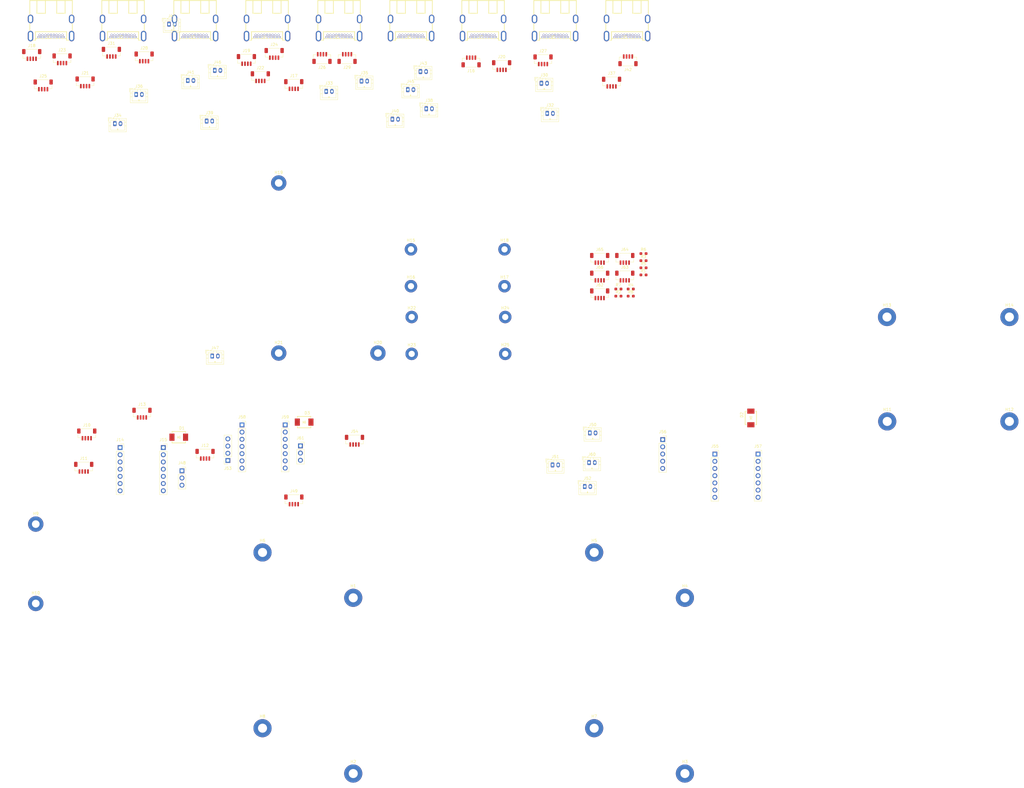
<source format=kicad_pcb>
(kicad_pcb (version 20211014) (generator pcbnew)
  (layers (0 "F.Cu" signal) (31 "B.Cu" signal) (34 "B.Paste" user) (35 "F.Paste" user) (36 "B.SilkS" user "B.Silkscreen") (37 "F.SilkS" user "F.Silkscreen") (38 "B.Mask" user) (39 "F.Mask" user) (44 "Edge.Cuts" user))
  (net 0 "")
  (net 1 "+5V")
  (net 2 "Net-(D1-Pad2)")
  (net 3 "Net-(D2-Pad2)")
  (net 4 "Net-(D3-Pad2)")
  (net 5 "Net-(J1-Pad1)")
  (net 6 "GND")
  (net 7 "Net-(J1-Pad3)")
  (net 8 "Net-(J1-Pad4)")
  (net 9 "Net-(J1-Pad6)")
  (net 10 "Net-(J1-Pad7)")
  (net 11 "Net-(J1-Pad9)")
  (net 12 "Net-(J1-Pad10)")
  (net 13 "Net-(J1-Pad12)")
  (net 20 "Net-(J2-Pad1)")
  (net 21 "Net-(J2-Pad3)")
  (net 22 "Net-(J2-Pad4)")
  (net 23 "Net-(J2-Pad6)")
  (net 24 "Net-(J2-Pad7)")
  (net 25 "Net-(J2-Pad9)")
  (net 26 "Net-(J2-Pad10)")
  (net 27 "Net-(J2-Pad12)")
  (net 34 "Net-(J3-Pad1)")
  (net 35 "Net-(J3-Pad3)")
  (net 36 "Net-(J3-Pad4)")
  (net 37 "Net-(J3-Pad6)")
  (net 38 "Net-(J3-Pad7)")
  (net 39 "Net-(J3-Pad9)")
  (net 40 "Net-(J3-Pad10)")
  (net 41 "Net-(J3-Pad12)")
  (net 48 "Net-(J17-Pad2)")
  (net 49 "Net-(J17-Pad3)")
  (net 50 "Net-(J19-Pad2)")
  (net 51 "Net-(J19-Pad3)")
  (net 52 "Net-(J22-Pad2)")
  (net 53 "Net-(J22-Pad3)")
  (net 54 "Net-(J24-Pad2)")
  (net 55 "Net-(J24-Pad3)")
  (net 62 "Net-(J26-Pad2)")
  (net 63 "Net-(J26-Pad3)")
  (net 64 "Net-(J29-Pad2)")
  (net 65 "Net-(J29-Pad3)")
  (net 66 "Net-(J33-Pad1)")
  (net 67 "Net-(J33-Pad2)")
  (net 68 "Net-(J35-Pad1)")
  (net 69 "Net-(J35-Pad2)")
  (net 76 "Net-(J38-Pad1)")
  (net 77 "Net-(J38-Pad2)")
  (net 78 "Net-(J40-Pad1)")
  (net 79 "Net-(J40-Pad2)")
  (net 80 "Net-(J43-Pad1)")
  (net 81 "Net-(J43-Pad2)")
  (net 82 "Net-(J45-Pad1)")
  (net 83 "Net-(J45-Pad2)")
  (net 90 "Net-(J16-Pad2)")
  (net 91 "Net-(J16-Pad3)")
  (net 92 "Net-(J16-Pad1)")
  (net 93 "Net-(J16-Pad4)")
  (net 94 "Net-(J20-Pad2)")
  (net 95 "Net-(J20-Pad3)")
  (net 96 "Net-(J20-Pad1)")
  (net 97 "Net-(J20-Pad4)")
  (net 104 "Net-(J27-Pad2)")
  (net 105 "Net-(J27-Pad3)")
  (net 106 "Net-(J27-Pad1)")
  (net 107 "Net-(J27-Pad4)")
  (net 108 "Net-(J30-Pad1)")
  (net 109 "Net-(J30-Pad2)")
  (net 110 "Net-(J32-Pad1)")
  (net 111 "Net-(J32-Pad2)")
  (net 118 "Net-(J37-Pad2)")
  (net 119 "Net-(J37-Pad3)")
  (net 120 "Net-(J37-Pad1)")
  (net 121 "Net-(J37-Pad4)")
  (net 122 "Net-(J42-Pad2)")
  (net 123 "Net-(J42-Pad3)")
  (net 124 "Net-(J42-Pad1)")
  (net 125 "Net-(J42-Pad4)")
  (net 132 "/3.3V_Lockin")
  (net 133 "/L_RX 1")
  (net 134 "/L_TX 1")
  (net 135 "/Mux 1 B")
  (net 136 "/Mux 1 A")
  (net 137 "/L_RX 0")
  (net 138 "/L_TX 0")
  (net 139 "/Mux 0 B")
  (net 140 "/Mux 0 A")
  (net 141 "/L_GPIO3")
  (net 142 "/L_GPO4")
  (net 143 "/L_GPIO6")
  (net 168 "/D_3.3V")
  (net 169 "/D_RX 1")
  (net 170 "/D_TX 1")
  (net 171 "/GPIO29")
  (net 172 "/GPIO28")
  (net 173 "/GPIO27")
  (net 174 "/GPIO26")
  (net 175 "/GPIO24")
  (net 176 "/GPIO25")
  (net 177 "Net-(J53-Pad1)")
  (net 178 "Net-(J53-Pad2)")
  (net 179 "Net-(J53-Pad3)")
  (net 180 "Net-(J53-Pad4)")
  (net 181 "/D_RX 0")
  (net 182 "/D_TX 0")
  (net 183 "/TX (GPIO20)")
  (net 184 "/LPH 3.3V")
  (net 185 "/RX (GPIO 5)")
  (net 186 "/SCK (GPIO6)")
  (net 187 "/GPIO3")
  (net 188 "/GPIO4")
  (net 189 "Net-(J59-Pad4)")
  (net 190 "Net-(J59-Pad5)")
  (net 191 "Net-(J59-Pad6)")
  (net 192 "Net-(J62-Pad1)")
  (net 193 "Net-(J62-Pad2)")
  (net 194 "Net-(J62-Pad3)")
  (net 195 "Net-(J62-Pad4)")
  (footprint "Connector_JST:JST_SH_BM04B-SRSS-TB_1x04-1MP_P1.00mm_Vertical" (layer "F.Cu") (at 184.355 13.438)
    (fp_text reference "J20" (at 0 -3.3) (layer "F.SilkS"))
    (fp_text value "JST_SH_Conn_01x04_Still")
    (pad "1" smd roundrect (at -1.5 1.325) (size 0.6 1.55) (layers "F.Cu" "F.Paste" "F.Mask") (net 96 "Net-(J20-Pad1)"))
    (pad "2" smd roundrect (at -0.5 1.325) (size 0.6 1.55) (layers "F.Cu" "F.Paste" "F.Mask") (net 94 "Net-(J20-Pad2)"))
    (pad "3" smd roundrect (at 0.5 1.325) (size 0.6 1.55) (layers "F.Cu" "F.Paste" "F.Mask") (net 95 "Net-(J20-Pad3)"))
    (pad "4" smd roundrect (at 1.5 1.325) (size 0.6 1.55) (layers "F.Cu" "F.Paste" "F.Mask") (net 97 "Net-(J20-Pad4)"))
    (pad "MP" smd roundrect (at -2.8 -1.2) (size 1.2 1.8) (layers "F.Cu" "F.Paste" "F.Mask") (roundrect_rratio 0.208333))
    (pad "MP" smd roundrect (at 2.8 -1.2) (size 1.2 1.8) (layers "F.Cu" "F.Paste" "F.Mask") (roundrect_rratio 0.208333))
  )
  (footprint "MountingHole:MountingHole_3.2mm_M3_Pad" (layer "F.Cu") (at 100 247)
    (fp_text reference "H8" (at 0 -4.2) (layer "F.SilkS"))
    (fp_text value "MountingHole")
    (pad "1" thru_hole circle (at 0 0) (size 6.4 6.4) (drill 3.2) (layers *.Cu *.Mask))
  )
  (footprint "Connector_JST:JST_PH_B2B-PH-K_1x02_P2.00mm_Vertical" (layer "F.Cu") (at 157.765 28.468)
    (fp_text reference "J38" (at 1 -2.9) (layer "F.SilkS"))
    (fp_text value "Conn_01x02_4PumpHeater B")
    (pad "1" thru_hole roundrect (at 0 0) (size 1.2 1.75) (drill 0.75) (layers *.Cu *.Mask) (roundrect_rratio 0.208333) (net 76 "Net-(J38-Pad1)"))
    (pad "2" thru_hole oval (at 2 0) (size 1.2 1.75) (drill 0.75) (layers *.Cu *.Mask) (net 77 "Net-(J38-Pad2)"))
  )
  (footprint "Connector_JST:JST_SH_BM04B-SRSS-TB_1x04-1MP_P1.00mm_Vertical" (layer "F.Cu") (at 218.945 93.938)
    (fp_text reference "J62" (at 0 -3.3) (layer "F.SilkS"))
    (fp_text value "JST_SH_Conn_01x04")
    (pad "1" smd roundrect (at -1.5 1.325) (size 0.6 1.55) (layers "F.Cu" "F.Paste" "F.Mask") (net 192 "Net-(J62-Pad1)"))
    (pad "2" smd roundrect (at -0.5 1.325) (size 0.6 1.55) (layers "F.Cu" "F.Paste" "F.Mask") (net 193 "Net-(J62-Pad2)"))
    (pad "3" smd roundrect (at 0.5 1.325) (size 0.6 1.55) (layers "F.Cu" "F.Paste" "F.Mask") (net 194 "Net-(J62-Pad3)"))
    (pad "4" smd roundrect (at 1.5 1.325) (size 0.6 1.55) (layers "F.Cu" "F.Paste" "F.Mask") (net 195 "Net-(J62-Pad4)"))
    (pad "MP" smd roundrect (at -2.8 -1.2) (size 1.2 1.8) (layers "F.Cu" "F.Paste" "F.Mask") (roundrect_rratio 0.208333))
    (pad "MP" smd roundrect (at 2.8 -1.2) (size 1.2 1.8) (layers "F.Cu" "F.Paste" "F.Mask") (roundrect_rratio 0.208333))
  )
  (footprint "0Library:HDMI-TH_HDMI-019A" (layer "F.Cu") (at 228.6 0 180)
    (fp_text reference "J9" (at 0 -3.207) (layer "F.SilkS") (effects (justify right)))
    (fp_text value "HDMI_A_1.4")
    (pad "1" thru_hole circle locked (at 4.5 -3.2 180) (size 0.7 0.7) (drill 0.5) (layers *.Cu *.Mask) (net 118 "Net-(J37-Pad2)"))
    (pad "2" thru_hole circle locked (at 4 -2.4 180) (size 0.7 0.7) (drill 0.5) (layers *.Cu *.Mask) (net 6 "GND"))
    (pad "3" thru_hole circle locked (at 3.5 -3.2 180) (size 0.7 0.7) (drill 0.5) (layers *.Cu *.Mask) (net 119 "Net-(J37-Pad3)"))
    (pad "4" thru_hole circle locked (at 3 -2.4 180) (size 0.7 0.7) (drill 0.5) (layers *.Cu *.Mask) (net 120 "Net-(J37-Pad1)"))
    (pad "5" thru_hole circle locked (at 2.5 -3.2 180) (size 0.7 0.7) (drill 0.5) (layers *.Cu *.Mask) (net 6 "GND"))
    (pad "6" thru_hole circle locked (at 2 -2.4 180) (size 0.7 0.7) (drill 0.5) (layers *.Cu *.Mask) (net 121 "Net-(J37-Pad4)"))
    (pad "7" thru_hole circle locked (at 1.5 -3.2 180) (size 0.7 0.7) (drill 0.5) (layers *.Cu *.Mask) (net 122 "Net-(J42-Pad2)"))
    (pad "8" thru_hole circle locked (at 1 -2.4 180) (size 0.7 0.7) (drill 0.5) (layers *.Cu *.Mask) (net 6 "GND"))
    (pad "9" thru_hole circle locked (at 0.5 -3.2 180) (size 0.7 0.7) (drill 0.5) (layers *.Cu *.Mask) (net 123 "Net-(J42-Pad3)"))
    (pad "10" thru_hole circle locked (at 0 -2.4 180) (size 0.7 0.7) (drill 0.5) (layers *.Cu *.Mask) (net 124 "Net-(J42-Pad1)"))
    (pad "11" thru_hole circle locked (at -0.5 -3.2 180) (size 0.7 0.7) (drill 0.5) (layers *.Cu *.Mask) (net 6 "GND"))
    (pad "12" thru_hole circle locked (at -1 -2.4 180) (size 0.7 0.7) (drill 0.5) (layers *.Cu *.Mask) (net 125 "Net-(J42-Pad4)"))
    (pad "13" thru_hole circle locked (at -1.5 -3.2 180) (size 0.7 0.7) (drill 0.5) (layers *.Cu *.Mask))
    (pad "14" thru_hole circle locked (at -2 -2.4 180) (size 0.7 0.7) (drill 0.5) (layers *.Cu *.Mask))
    (pad "15" thru_hole circle locked (at -2.5 -3.2 180) (size 0.7 0.7) (drill 0.5) (layers *.Cu *.Mask))
    (pad "16" thru_hole circle locked (at -3 -2.4 180) (size 0.7 0.7) (drill 0.5) (layers *.Cu *.Mask))
    (pad "17" thru_hole circle locked (at -3.5 -3.2 180) (size 0.7 0.7) (drill 0.5) (layers *.Cu *.Mask) (net 6 "GND"))
    (pad "18" thru_hole circle locked (at -4 -2.4 180) (size 0.7 0.7) (drill 0.5) (layers *.Cu *.Mask))
    (pad "19" thru_hole circle locked (at -4.5 -3.2 180) (size 0.7 0.7) (drill 0.5) (layers *.Cu *.Mask))
    (pad "20" thru_hole oval locked (at 7.25 -2.84 270) (size 3.7 1.9) (drill oval 2.9 1.1) (layers *.Cu *.Mask))
    (pad "20" thru_hole oval locked (at -7.25 -2.84 270) (size 3.7 1.9) (drill oval 2.9 1.1) (layers *.Cu *.Mask))
    (pad "20" thru_hole oval locked (at 7.25 3.2 270) (size 3 1.9) (drill oval 2.3 1.1) (layers *.Cu *.Mask))
    (pad "20" thru_hole oval locked (at -7.25 3.2 270) (size 3 1.9) (drill oval 2.3 1.1) (layers *.Cu *.Mask))
  )
  (footprint "MountingHole:MountingHole_3.2mm_M3_Pad" (layer "F.Cu") (at 217 247)
    (fp_text reference "H7" (at 0 -4.2) (layer "F.SilkS"))
    (fp_text value "MountingHole")
    (pad "1" thru_hole circle (at 0 0) (size 6.4 6.4) (drill 3.2) (layers *.Cu *.Mask))
  )
  (footprint "MountingHole:MountingHole_3.2mm_M3_Pad" (layer "F.Cu") (at 320.3 101.95)
    (fp_text reference "H13" (at 0 -4.2) (layer "F.SilkS"))
    (fp_text value "MountingHole")
    (pad "1" thru_hole circle (at 0 0) (size 6.4 6.4) (drill 3.2) (layers *.Cu *.Mask))
  )
  (footprint "MountingHole:MountingHole_2.2mm_M2_Pad" (layer "F.Cu") (at 185.62 114.952)
    (fp_text reference "H25" (at 0 -3.2) (layer "F.SilkS"))
    (fp_text value "MountingHole")
    (pad "1" thru_hole circle (at 0 0) (size 4.4 4.4) (drill 2.2) (layers *.Cu *.Mask))
  )
  (footprint "MountingHole:MountingHole_3.2mm_M3_Pad" (layer "F.Cu") (at 217 185)
    (fp_text reference "H5" (at 0 -4.2) (layer "F.SilkS"))
    (fp_text value "MountingHole")
    (pad "1" thru_hole circle (at 0 0) (size 6.4 6.4) (drill 3.2) (layers *.Cu *.Mask))
  )
  (footprint "Connector_JST:JST_SH_BM04B-SRSS-TB_1x04-1MP_P1.00mm_Vertical" (layer "F.Cu") (at 218.945 87.688)
    (fp_text reference "J66" (at 0 -3.3) (layer "F.SilkS"))
    (fp_text value "JST_SH_Conn_01x04")
    (pad "1" smd roundrect (at -1.5 1.325) (size 0.6 1.55) (layers "F.Cu" "F.Paste" "F.Mask") (net 192 "Net-(J62-Pad1)"))
    (pad "2" smd roundrect (at -0.5 1.325) (size 0.6 1.55) (layers "F.Cu" "F.Paste" "F.Mask") (net 193 "Net-(J62-Pad2)"))
    (pad "3" smd roundrect (at 0.5 1.325) (size 0.6 1.55) (layers "F.Cu" "F.Paste" "F.Mask") (net 194 "Net-(J62-Pad3)"))
    (pad "4" smd roundrect (at 1.5 1.325) (size 0.6 1.55) (layers "F.Cu" "F.Paste" "F.Mask") (net 195 "Net-(J62-Pad4)"))
    (pad "MP" smd roundrect (at 2.8 -1.2) (size 1.2 1.8) (layers "F.Cu" "F.Paste" "F.Mask") (roundrect_rratio 0.208333))
    (pad "MP" smd roundrect (at -2.8 -1.2) (size 1.2 1.8) (layers "F.Cu" "F.Paste" "F.Mask") (roundrect_rratio 0.208333))
  )
  (footprint "Connector_JST:JST_PH_B2B-PH-K_1x02_P2.00mm_Vertical" (layer "F.Cu") (at 155.71 15.363)
    (fp_text reference "J43" (at 1 -2.9) (layer "F.SilkS"))
    (fp_text value "Conn_01x02_Extra B")
    (pad "1" thru_hole roundrect (at 0 0) (size 1.2 1.75) (drill 0.75) (layers *.Cu *.Mask) (roundrect_rratio 0.208333) (net 80 "Net-(J43-Pad1)"))
    (pad "2" thru_hole oval (at 2 0) (size 1.2 1.75) (drill 0.75) (layers *.Cu *.Mask) (net 81 "Net-(J43-Pad2)"))
  )
  (footprint "MountingHole:MountingHole_3.2mm_M3_Pad" (layer "F.Cu") (at 363.48 101.95)
    (fp_text reference "H14" (at 0 -4.2) (layer "F.SilkS"))
    (fp_text value "MountingHole")
    (pad "1" thru_hole circle (at 0 0) (size 6.4 6.4) (drill 3.2) (layers *.Cu *.Mask))
  )
  (footprint "Connector_PinSocket_2.54mm:PinSocket_1x04_P2.54mm_Vertical" (layer "F.Cu") (at 87.775 152.556 180)
    (fp_text reference "J53" (at 0 -2.77) (layer "F.SilkS"))
    (fp_text value "Conn_01x04")
    (pad "1" thru_hole rect (at 0 0 180) (size 1.7 1.7) (drill 1) (layers *.Cu *.Mask) (net 177 "Net-(J53-Pad1)"))
    (pad "2" thru_hole oval (at 0 2.54 180) (size 1.7 1.7) (drill 1) (layers *.Cu *.Mask) (net 178 "Net-(J53-Pad2)"))
    (pad "3" thru_hole oval (at 0 5.08 180) (size 1.7 1.7) (drill 1) (layers *.Cu *.Mask) (net 179 "Net-(J53-Pad3)"))
    (pad "4" thru_hole oval (at 0 7.62 180) (size 1.7 1.7) (drill 1) (layers *.Cu *.Mask) (net 180 "Net-(J53-Pad4)"))
  )
  (footprint "Connector_JST:JST_SH_BM04B-SRSS-TB_1x04-1MP_P1.00mm_Vertical" (layer "F.Cu") (at 227.795 87.688)
    (fp_text reference "J63" (at 0 -3.3) (layer "F.SilkS"))
    (fp_text value "JST_SH_Conn_01x04")
    (pad "1" smd roundrect (at -1.5 1.325) (size 0.6 1.55) (layers "F.Cu" "F.Paste" "F.Mask") (net 192 "Net-(J62-Pad1)"))
    (pad "2" smd roundrect (at -0.5 1.325) (size 0.6 1.55) (layers "F.Cu" "F.Paste" "F.Mask") (net 193 "Net-(J62-Pad2)"))
    (pad "3" smd roundrect (at 0.5 1.325) (size 0.6 1.55) (layers "F.Cu" "F.Paste" "F.Mask") (net 194 "Net-(J62-Pad3)"))
    (pad "4" smd roundrect (at 1.5 1.325) (size 0.6 1.55) (layers "F.Cu" "F.Paste" "F.Mask") (net 195 "Net-(J62-Pad4)"))
    (pad "MP" smd roundrect (at -2.8 -1.2) (size 1.2 1.8) (layers "F.Cu" "F.Paste" "F.Mask") (roundrect_rratio 0.208333))
    (pad "MP" smd roundrect (at 2.8 -1.2) (size 1.2 1.8) (layers "F.Cu" "F.Paste" "F.Mask") (roundrect_rratio 0.208333))
  )
  (footprint "Connector_PinSocket_2.54mm:PinSocket_1x07_P2.54mm_Vertical" (layer "F.Cu") (at 274.81 150.31)
    (fp_text reference "J57" (at 0 -2.77) (layer "F.SilkS"))
    (fp_text value "Conn_01x07_Female")
    (pad "1" thru_hole rect (at 0 0) (size 1.7 1.7) (drill 1) (layers *.Cu *.Mask) (net 3 "Net-(D2-Pad2)"))
    (pad "2" thru_hole oval (at 0 2.54) (size 1.7 1.7) (drill 1) (layers *.Cu *.Mask) (net 6 "GND"))
    (pad "3" thru_hole oval (at 0 5.08) (size 1.7 1.7) (drill 1) (layers *.Cu *.Mask) (net 184 "/LPH 3.3V"))
    (pad "4" thru_hole oval (at 0 7.62) (size 1.7 1.7) (drill 1) (layers *.Cu *.Mask) (net 187 "/GPIO3"))
    (pad "5" thru_hole oval (at 0 10.16) (size 1.7 1.7) (drill 1) (layers *.Cu *.Mask) (net 188 "/GPIO4"))
    (pad "6" thru_hole oval (at 0 12.7) (size 1.7 1.7) (drill 1) (layers *.Cu *.Mask) (net 186 "/SCK (GPIO6)"))
    (pad "7" thru_hole oval (at 0 15.24) (size 1.7 1.7) (drill 1) (layers *.Cu *.Mask) (net 185 "/RX (GPIO 5)"))
  )
  (footprint "Connector_JST:JST_SH_BM04B-SRSS-TB_1x04-1MP_P1.00mm_Vertical" (layer "F.Cu") (at 218.945 81.438)
    (fp_text reference "J65" (at 0 -3.3) (layer "F.SilkS"))
    (fp_text value "JST_SH_Conn_01x04")
    (pad "1" smd roundrect (at -1.5 1.325) (size 0.6 1.55) (layers "F.Cu" "F.Paste" "F.Mask") (net 192 "Net-(J62-Pad1)"))
    (pad "2" smd roundrect (at -0.5 1.325) (size 0.6 1.55) (layers "F.Cu" "F.Paste" "F.Mask") (net 193 "Net-(J62-Pad2)"))
    (pad "3" smd roundrect (at 0.5 1.325) (size 0.6 1.55) (layers "F.Cu" "F.Paste" "F.Mask") (net 194 "Net-(J62-Pad3)"))
    (pad "4" smd roundrect (at 1.5 1.325) (size 0.6 1.55) (layers "F.Cu" "F.Paste" "F.Mask") (net 195 "Net-(J62-Pad4)"))
    (pad "MP" smd roundrect (at -2.8 -1.2) (size 1.2 1.8) (layers "F.Cu" "F.Paste" "F.Mask") (roundrect_rratio 0.208333))
    (pad "MP" smd roundrect (at 2.8 -1.2) (size 1.2 1.8) (layers "F.Cu" "F.Paste" "F.Mask") (roundrect_rratio 0.208333))
  )
  (footprint "MountingHole:MountingHole_3.2mm_M3_Pad" (layer "F.Cu") (at 100 185)
    (fp_text reference "H6" (at 0 -4.2) (layer "F.SilkS"))
    (fp_text value "MountingHole")
    (pad "1" thru_hole circle (at 0 0) (size 6.4 6.4) (drill 3.2) (layers *.Cu *.Mask))
  )
  (footprint "MountingHole:MountingHole_3.2mm_M3_Pad" (layer "F.Cu") (at 249.004 263.002)
    (fp_text reference "H3" (at 0 -4.2) (layer "F.SilkS"))
    (fp_text value "MountingHole")
    (pad "1" thru_hole circle (at 0 0) (size 6.4 6.4) (drill 3.2) (layers *.Cu *.Mask))
  )
  (footprint "0Library:HDMI-TH_HDMI-019A" (layer "F.Cu") (at 177.8 0 180)
    (fp_text reference "J7" (at 0 -3.207) (layer "F.SilkS") (effects (justify right)))
    (fp_text value "HDMI_A_1.4")
    (pad "1" thru_hole circle locked (at 4.5 -3.2 180) (size 0.7 0.7) (drill 0.5) (layers *.Cu *.Mask) (net 90 "Net-(J16-Pad2)"))
    (pad "2" thru_hole circle locked (at 4 -2.4 180) (size 0.7 0.7) (drill 0.5) (layers *.Cu *.Mask) (net 6 "GND"))
    (pad "3" thru_hole circle locked (at 3.5 -3.2 180) (size 0.7 0.7) (drill 0.5) (layers *.Cu *.Mask) (net 91 "Net-(J16-Pad3)"))
    (pad "4" thru_hole circle locked (at 3 -2.4 180) (size 0.7 0.7) (drill 0.5) (layers *.Cu *.Mask) (net 92 "Net-(J16-Pad1)"))
    (pad "5" thru_hole circle locked (at 2.5 -3.2 180) (size 0.7 0.7) (drill 0.5) (layers *.Cu *.Mask) (net 6 "GND"))
    (pad "6" thru_hole circle locked (at 2 -2.4 180) (size 0.7 0.7) (drill 0.5) (layers *.Cu *.Mask) (net 93 "Net-(J16-Pad4)"))
    (pad "7" thru_hole circle locked (at 1.5 -3.2 180) (size 0.7 0.7) (drill 0.5) (layers *.Cu *.Mask) (net 94 "Net-(J20-Pad2)"))
    (pad "8" thru_hole circle locked (at 1 -2.4 180) (size 0.7 0.7) (drill 0.5) (layers *.Cu *.Mask) (net 6 "GND"))
    (pad "9" thru_hole circle locked (at 0.5 -3.2 180) (size 0.7 0.7) (drill 0.5) (layers *.Cu *.Mask) (net 95 "Net-(J20-Pad3)"))
    (pad "10" thru_hole circle locked (at 0 -2.4 180) (size 0.7 0.7) (drill 0.5) (layers *.Cu *.Mask) (net 96 "Net-(J20-Pad1)"))
    (pad "11" thru_hole circle locked (at -0.5 -3.2 180) (size 0.7 0.7) (drill 0.5) (layers *.Cu *.Mask) (net 6 "GND"))
    (pad "12" thru_hole circle locked (at -1 -2.4 180) (size 0.7 0.7) (drill 0.5) (layers *.Cu *.Mask) (net 97 "Net-(J20-Pad4)"))
    (pad "13" thru_hole circle locked (at -1.5 -3.2 180) (size 0.7 0.7) (drill 0.5) (layers *.Cu *.Mask))
    (pad "14" thru_hole circle locked (at -2 -2.4 180) (size 0.7 0.7) (drill 0.5) (layers *.Cu *.Mask))
    (pad "15" thru_hole circle locked (at -2.5 -3.2 180) (size 0.7 0.7) (drill 0.5) (layers *.Cu *.Mask))
    (pad "16" thru_hole circle locked (at -3 -2.4 180) (size 0.7 0.7) (drill 0.5) (layers *.Cu *.Mask))
    (pad "17" thru_hole circle locked (at -3.5 -3.2 180) (size 0.7 0.7) (drill 0.5) (layers *.Cu *.Mask) (net 6 "GND"))
    (pad "18" thru_hole circle locked (at -4 -2.4 180) (size 0.7 0.7) (drill 0.5) (layers *.Cu *.Mask))
    (pad "19" thru_hole circle locked (at -4.5 -3.2 180) (size 0.7 0.7) (drill 0.5) (layers *.Cu *.Mask))
    (pad "20" thru_hole oval locked (at -7.25 -2.84 270) (size 3.7 1.9) (drill oval 2.9 1.1) (layers *.Cu *.Mask))
    (pad "20" thru_hole oval locked (at -7.25 3.2 270) (size 3 1.9) (drill oval 2.3 1.1) (layers *.Cu *.Mask))
    (pad "20" thru_hole oval locked (at 7.25 -2.84 270) (size 3.7 1.9) (drill oval 2.9 1.1) (layers *.Cu *.Mask))
    (pad "20" thru_hole oval locked (at 7.25 3.2 270) (size 3 1.9) (drill oval 2.3 1.1) (layers *.Cu *.Mask))
  )
  (footprint "Connector_JST:JST_SH_BM04B-SRSS-TB_1x04-1MP_P1.00mm_Vertical" (layer "F.Cu") (at 227.795 81.438)
    (fp_text reference "J64" (at 0 -3.3) (layer "F.SilkS"))
    (fp_text value "JST_SH_Conn_01x04")
    (pad "1" smd roundrect (at -1.5 1.325) (size 0.6 1.55) (layers "F.Cu" "F.Paste" "F.Mask") (net 192 "Net-(J62-Pad1)"))
    (pad "2" smd roundrect (at -0.5 1.325) (size 0.6 1.55) (layers "F.Cu" "F.Paste" "F.Mask") (net 193 "Net-(J62-Pad2)"))
    (pad "3" smd roundrect (at 0.5 1.325) (size 0.6 1.55) (layers "F.Cu" "F.Paste" "F.Mask") (net 194 "Net-(J62-Pad3)"))
    (pad "4" smd roundrect (at 1.5 1.325) (size 0.6 1.55) (layers "F.Cu" "F.Paste" "F.Mask") (net 195 "Net-(J62-Pad4)"))
    (pad "MP" smd roundrect (at -2.8 -1.2) (size 1.2 1.8) (layers "F.Cu" "F.Paste" "F.Mask") (roundrect_rratio 0.208333))
    (pad "MP" smd roundrect (at 2.8 -1.2) (size 1.2 1.8) (layers "F.Cu" "F.Paste" "F.Mask") (roundrect_rratio 0.208333))
  )
  (footprint "MountingHole:MountingHole_2.2mm_M2_Pad" (layer "F.Cu") (at 185.366 91.076)
    (fp_text reference "H17" (at 0 -3.2) (layer "F.SilkS"))
    (fp_text value "MountingHole")
    (pad "1" thru_hole circle (at 0 0) (size 4.4 4.4) (drill 2.2) (layers *.Cu *.Mask))
  )
  (footprint "Connector_JST:JST_PH_B2B-PH-K_1x02_P2.00mm_Vertical" (layer "F.Cu") (at 55.43 23.438)
    (fp_text reference "J36" (at 1 -2.9) (layer "F.SilkS"))
    (fp_text value "Conn_01x02_3SwitchHeater A")
    (pad "1" thru_hole roundrect (at 0 0) (size 1.2 1.75) (drill 0.75) (layers *.Cu *.Mask) (roundrect_rratio 0.208333) (net 26 "Net-(J2-Pad10)"))
    (pad "2" thru_hole oval (at 2 0) (size 1.2 1.75) (drill 0.75) (layers *.Cu *.Mask) (net 27 "Net-(J2-Pad12)"))
  )
  (footprint "0Library:SMB_L4.6-W3.6-LS5.3-R-RD" (layer "F.Cu") (at 114.675 139.025)
    (fp_text reference "D3" (at 0 -3.207) (layer "F.SilkS") (effects (justify left)))
    (fp_text value "SS3150_SMB")
    (pad "1" smd rect locked (at 2.4 0) (size 1.8 2.54) (layers "F.Cu" "F.Paste" "F.Mask") (net 1 "+5V"))
    (pad "2" smd rect locked (at -2.4 0) (size 1.8 2.54) (layers "F.Cu" "F.Paste" "F.Mask") (net 4 "Net-(D3-Pad2)"))
  )
  (footprint "Connector_JST:JST_SH_BM04B-SRSS-TB_1x04-1MP_P1.00mm_Vertical" (layer "F.Cu") (at 38 143.373)
    (fp_text reference "J10" (at 0 -3.3) (layer "F.SilkS"))
    (fp_text value "JST_SH_Conn_01x04_UART 1")
    (pad "1" smd roundrect (at -1.5 1.325) (size 0.6 1.55) (layers "F.Cu" "F.Paste" "F.Mask") (net 6 "GND"))
    (pad "2" smd roundrect (at -0.5 1.325) (size 0.6 1.55) (layers "F.Cu" "F.Paste" "F.Mask") (net 132 "/3.3V_Lockin"))
    (pad "3" smd roundrect (at 0.5 1.325) (size 0.6 1.55) (layers "F.Cu" "F.Paste" "F.Mask") (net 133 "/L_RX 1"))
    (pad "4" smd roundrect (at 1.5 1.325) (size 0.6 1.55) (layers "F.Cu" "F.Paste" "F.Mask") (net 134 "/L_TX 1"))
    (pad "MP" smd roundrect (at 2.8 -1.2) (size 1.2 1.8) (layers "F.Cu" "F.Paste" "F.Mask") (roundrect_rratio 0.208333))
    (pad "MP" smd roundrect (at -2.8 -1.2) (size 1.2 1.8) (layers "F.Cu" "F.Paste" "F.Mask") (roundrect_rratio 0.208333))
  )
  (footprint "MountingHole:MountingHole_2.7mm_Pad" (layer "F.Cu") (at 20 175)
    (fp_text reference "H9" (at 0 -3.7) (layer "F.SilkS"))
    (fp_text value "MountingHole")
    (pad "1" thru_hole circle (at 0 0) (size 5.4 5.4) (drill 2.7) (layers *.Cu *.Mask))
  )
  (footprint "Connector_JST:JST_PH_B2B-PH-K_1x02_P2.00mm_Vertical" (layer "F.Cu") (at 213.65 161.748)
    (fp_text reference "J52" (at 1 -2.9) (layer "F.SilkS"))
    (fp_text value "Conn_01x02_Female_HP3")
    (pad "1" thru_hole roundrect (at 0 0) (size 1.2 1.75) (drill 0.75) (layers *.Cu *.Mask) (roundrect_rratio 0.208333) (net 175 "/GPIO24"))
    (pad "2" thru_hole oval (at 2 0) (size 1.2 1.75) (drill 0.75) (layers *.Cu *.Mask) (net 176 "/GPIO25"))
  )
  (footprint "MountingHole:MountingHole_3.2mm_M3_Pad" (layer "F.Cu") (at 132.004 201.002)
    (fp_text reference "H1" (at 0 -4.2) (layer "F.SilkS"))
    (fp_text value "MountingHole")
    (pad "1" thru_hole circle (at 0 0) (size 6.4 6.4) (drill 3.2) (layers *.Cu *.Mask))
  )
  (footprint "Resistor_SMD:R_0603_1608Metric_Pad0.98x0.95mm_HandSolder" (layer "F.Cu") (at 229.895 94.578)
    (fp_text reference "R8" (at 0 -1.43) (layer "F.SilkS"))
    (fp_text value "4.7K")
    (pad "1" smd roundrect (at -0.9125 0) (size 0.975 0.95) (layers "F.Cu" "F.Paste" "F.Mask") (net 195 "Net-(J62-Pad4)"))
    (pad "2" smd roundrect (at 0.9125 0) (size 0.975 0.95) (layers "F.Cu" "F.Paste" "F.Mask") (net 193 "Net-(J62-Pad2)"))
  )
  (footprint "Connector_JST:JST_SH_BM04B-SRSS-TB_1x04-1MP_P1.00mm_Vertical" (layer "F.Cu") (at 36.925 155.123)
    (fp_text reference "J11" (at 0 -3.3) (layer "F.SilkS"))
    (fp_text value "JST_SH_Conn_01x04_MUX 1")
    (pad "1" smd roundrect (at -1.5 1.325) (size 0.6 1.55) (layers "F.Cu" "F.Paste" "F.Mask") (net 6 "GND"))
    (pad "2" smd roundrect (at -0.5 1.325) (size 0.6 1.55) (layers "F.Cu" "F.Paste" "F.Mask") (net 132 "/3.3V_Lockin"))
    (pad "3" smd roundrect (at 0.5 1.325) (size 0.6 1.55) (layers "F.Cu" "F.Paste" "F.Mask") (net 135 "/Mux 1 B"))
    (pad "4" smd roundrect (at 1.5 1.325) (size 0.6 1.55) (layers "F.Cu" "F.Paste" "F.Mask") (net 136 "/Mux 1 A"))
    (pad "MP" smd roundrect (at -2.8 -1.2) (size 1.2 1.8) (layers "F.Cu" "F.Paste" "F.Mask") (roundrect_rratio 0.208333))
    (pad "MP" smd roundrect (at 2.8 -1.2) (size 1.2 1.8) (layers "F.Cu" "F.Paste" "F.Mask") (roundrect_rratio 0.208333))
  )
  (footprint "MountingHole:MountingHole_3.2mm_M3_Pad" (layer "F.Cu") (at 132.004 263.002)
    (fp_text reference "H2" (at 0 -4.2) (layer "F.SilkS"))
    (fp_text value "MountingHole")
    (pad "1" thru_hole circle (at 0 0) (size 6.4 6.4) (drill 3.2) (layers *.Cu *.Mask))
  )
  (footprint "Connector_JST:JST_PH_B2B-PH-K_1x02_P2.00mm_Vertical" (layer "F.Cu") (at 80.275 32.823)
    (fp_text reference "J39" (at 1 -2.9) (layer "F.SilkS"))
    (fp_text value "Conn_01x02_4PumpHeater A")
    (pad "1" thru_hole roundrect (at 0 0) (size 1.2 1.75) (drill 0.75) (layers *.Cu *.Mask) (roundrect_rratio 0.208333) (net 34 "Net-(J3-Pad1)"))
    (pad "2" thru_hole oval (at 2 0) (size 1.2 1.75) (drill 0.75) (layers *.Cu *.Mask) (net 35 "Net-(J3-Pad3)"))
  )
  (footprint "Connector_JST:JST_SH_BM04B-SRSS-TB_1x04-1MP_P1.00mm_Vertical" (layer "F.Cu") (at 57.475 136.048)
    (fp_text reference "J13" (at 0 -3.3) (layer "F.SilkS"))
    (fp_text value "JST_SH_Conn_01x04_MUX 0")
    (pad "1" smd roundrect (at -1.5 1.325) (size 0.6 1.55) (layers "F.Cu" "F.Paste" "F.Mask") (net 6 "GND"))
    (pad "2" smd roundrect (at -0.5 1.325) (size 0.6 1.55) (layers "F.Cu" "F.Paste" "F.Mask") (net 132 "/3.3V_Lockin"))
    (pad "3" smd roundrect (at 0.5 1.325) (size 0.6 1.55) (layers "F.Cu" "F.Paste" "F.Mask") (net 139 "/Mux 0 B"))
    (pad "4" smd roundrect (at 1.5 1.325) (size 0.6 1.55) (layers "F.Cu" "F.Paste" "F.Mask") (net 140 "/Mux 0 A"))
    (pad "MP" smd roundrect (at -2.8 -1.2) (size 1.2 1.8) (layers "F.Cu" "F.Paste" "F.Mask") (roundrect_rratio 0.208333))
    (pad "MP" smd roundrect (at 2.8 -1.2) (size 1.2 1.8) (layers "F.Cu" "F.Paste" "F.Mask") (roundrect_rratio 0.208333))
  )
  (footprint "Connector_PinSocket_2.54mm:PinSocket_1x03_P2.54mm_Vertical" (layer "F.Cu") (at 71.575 156.198)
    (fp_text reference "J48" (at 0 -2.77) (layer "F.SilkS"))
    (fp_text value "Conn_01x03")
    (pad "1" thru_hole rect (at 0 0) (size 1.7 1.7) (drill 1) (layers *.Cu *.Mask) (net 141 "/L_GPIO3"))
    (pad "2" thru_hole oval (at 0 2.54) (size 1.7 1.7) (drill 1) (layers *.Cu *.Mask) (net 142 "/L_GPO4"))
    (pad "3" thru_hole oval (at 0 5.08) (size 1.7 1.7) (drill 1) (layers *.Cu *.Mask) (net 143 "/L_GPIO6"))
  )
  (footprint "Resistor_SMD:R_0603_1608Metric_Pad0.98x0.95mm_HandSolder" (layer "F.Cu") (at 229.895 92.068)
    (fp_text reference "R4" (at 0 -1.43) (layer "F.SilkS"))
    (fp_text value "4.7K")
    (pad "1" smd roundrect (at -0.9125 0) (size 0.975 0.95) (layers "F.Cu" "F.Paste" "F.Mask") (net 195 "Net-(J62-Pad4)"))
    (pad "2" smd roundrect (at 0.9125 0) (size 0.975 0.95) (layers "F.Cu" "F.Paste" "F.Mask") (net 193 "Net-(J62-Pad2)"))
  )
  (footprint "Connector_JST:JST_PH_B2B-PH-K_1x02_P2.00mm_Vertical" (layer "F.Cu") (at 122.475 22.348)
    (fp_text reference "J33" (at 1 -2.9) (layer "F.SilkS"))
    (fp_text value "Conn_01x02_4SwitchHeater B")
    (pad "1" thru_hole roundrect (at 0 0) (size 1.2 1.75) (drill 0.75) (layers *.Cu *.Mask) (roundrect_rratio 0.208333) (net 66 "Net-(J33-Pad1)"))
    (pad "2" thru_hole oval (at 2 0) (size 1.2 1.75) (drill 0.75) (layers *.Cu *.Mask) (net 67 "Net-(J33-Pad2)"))
  )
  (footprint "0Library:HDMI-TH_HDMI-019A" (layer "F.Cu") (at 152.4 0 180)
    (fp_text reference "J6" (at 0 -3.207) (layer "F.SilkS") (effects (justify right)))
    (fp_text value "HDMI_A_1.4")
    (pad "1" thru_hole circle locked (at 4.5 -3.2 180) (size 0.7 0.7) (drill 0.5) (layers *.Cu *.Mask) (net 76 "Net-(J38-Pad1)"))
    (pad "2" thru_hole circle locked (at 4 -2.4 180) (size 0.7 0.7) (drill 0.5) (layers *.Cu *.Mask) (net 6 "GND"))
    (pad "3" thru_hole circle locked (at 3.5 -3.2 180) (size 0.7 0.7) (drill 0.5) (layers *.Cu *.Mask) (net 77 "Net-(J38-Pad2)"))
    (pad "4" thru_hole circle locked (at 3 -2.4 180) (size 0.7 0.7) (drill 0.5) (layers *.Cu *.Mask) (net 78 "Net-(J40-Pad1)"))
    (pad "5" thru_hole circle locked (at 2.5 -3.2 180) (size 0.7 0.7) (drill 0.5) (layers *.Cu *.Mask) (net 6 "GND"))
    (pad "6" thru_hole circle locked (at 2 -2.4 180) (size 0.7 0.7) (drill 0.5) (layers *.Cu *.Mask) (net 79 "Net-(J40-Pad2)"))
    (pad "7" thru_hole circle locked (at 1.5 -3.2 180) (size 0.7 0.7) (drill 0.5) (layers *.Cu *.Mask) (net 80 "Net-(J43-Pad1)"))
    (pad "8" thru_hole circle locked (at 1 -2.4 180) (size 0.7 0.7) (drill 0.5) (layers *.Cu *.Mask) (net 6 "GND"))
    (pad "9" thru_hole circle locked (at 0.5 -3.2 180) (size 0.7 0.7) (drill 0.5) (layers *.Cu *.Mask) (net 81 "Net-(J43-Pad2)"))
    (pad "10" thru_hole circle locked (at 0 -2.4 180) (size 0.7 0.7) (drill 0.5) (layers *.Cu *.Mask) (net 82 "Net-(J45-Pad1)"))
    (pad "11" thru_hole circle locked (at -0.5 -3.2 180) (size 0.7 0.7) (drill 0.5) (layers *.Cu *.Mask) (net 6 "GND"))
    (pad "12" thru_hole circle locked (at -1 -2.4 180) (size 0.7 0.7) (drill 0.5) (layers *.Cu *.Mask) (net 83 "Net-(J45-Pad2)"))
    (pad "13" thru_hole circle locked (at -1.5 -3.2 180) (size 0.7 0.7) (drill 0.5) (layers *.Cu *.Mask))
    (pad "14" thru_hole circle locked (at -2 -2.4 180) (size 0.7 0.7) (drill 0.5) (layers *.Cu *.Mask))
    (pad "15" thru_hole circle locked (at -2.5 -3.2 180) (size 0.7 0.7) (drill 0.5) (layers *.Cu *.Mask))
    (pad "16" thru_hole circle locked (at -3 -2.4 180) (size 0.7 0.7) (drill 0.5) (layers *.Cu *.Mask))
    (pad "17" thru_hole circle locked (at -3.5 -3.2 180) (size 0.7 0.7) (drill 0.5) (layers *.Cu *.Mask) (net 6 "GND"))
    (pad "18" thru_hole circle locked (at -4 -2.4 180) (size 0.7 0.7) (drill 0.5) (layers *.Cu *.Mask))
    (pad "19" thru_hole circle locked (at -4.5 -3.2 180) (size 0.7 0.7) (drill 0.5) (layers *.Cu *.Mask))
    (pad "20" thru_hole oval locked (at 7.25 3.2 270) (size 3 1.9) (drill oval 2.3 1.1) (layers *.Cu *.Mask))
    (pad "20" thru_hole oval locked (at -7.25 -2.84 270) (size 3.7 1.9) (drill oval 2.9 1.1) (layers *.Cu *.Mask))
    (pad "20" thru_hole oval locked (at 7.25 -2.84 270) (size 3.7 1.9) (drill oval 2.9 1.1) (layers *.Cu *.Mask))
    (pad "20" thru_hole oval locked (at -7.25 3.2 270) (size 3 1.9) (drill oval 2.3 1.1) (layers *.Cu *.Mask))
  )
  (footprint "MountingHole:MountingHole_2.7mm_M2.5_Pad" (layer "F.Cu") (at 105.71 114.662)
    (fp_text reference "H21" (at 0 -3.7) (layer "F.SilkS"))
    (fp_text value "MountingHole")
    (pad "1" thru_hole circle (at 0 0) (size 5.4 5.4) (drill 2.7) (layers *.Cu *.Mask))
  )
  (footprint "Connector_JST:JST_PH_B2B-PH-K_1x02_P2.00mm_Vertical" (layer "F.Cu") (at 47.9 33.723)
    (fp_text reference "J34" (at 1 -2.9) (layer "F.SilkS"))
    (fp_text value "Conn_01x02_4SwitchHeater A")
    (pad "1" thru_hole roundrect (at 0 0) (size 1.2 1.75) (drill 0.75) (layers *.Cu *.Mask) (roundrect_rratio 0.208333) (net 24 "Net-(J2-Pad7)"))
    (pad "2" thru_hole oval (at 2 0) (size 1.2 1.75) (drill 0.75) (layers *.Cu *.Mask) (net 25 "Net-(J2-Pad9)"))
  )
  (footprint "Connector_JST:JST_PH_B2B-PH-K_1x02_P2.00mm_Vertical" (layer "F.Cu") (at 134.915 18.718)
    (fp_text reference "J35" (at 1 -2.9) (layer "F.SilkS"))
    (fp_text value "Conn_01x02_3SwitchHeater B")
    (pad "1" thru_hole roundrect (at 0 0) (size 1.2 1.75) (drill 0.75) (layers *.Cu *.Mask) (roundrect_rratio 0.208333) (net 68 "Net-(J35-Pad1)"))
    (pad "2" thru_hole oval (at 2 0) (size 1.2 1.75) (drill 0.75) (layers *.Cu *.Mask) (net 69 "Net-(J35-Pad2)"))
  )
  (footprint "MountingHole:MountingHole_3.2mm_M3_Pad" (layer "F.Cu") (at 249.004 201.002)
    (fp_text reference "H4" (at 0 -4.2) (layer "F.SilkS"))
    (fp_text value "MountingHole")
    (pad "1" thru_hole circle (at 0 0) (size 6.4 6.4) (drill 3.2) (layers *.Cu *.Mask))
  )
  (footprint "MountingHole:MountingHole_2.2mm_M2_Pad" (layer "F.Cu") (at 185.62 101.952)
    (fp_text reference "H24" (at 0 -3.2) (layer "F.SilkS"))
    (fp_text value "MountingHole")
    (pad "1" thru_hole circle (at 0 0) (size 4.4 4.4) (drill 2.2) (layers *.Cu *.Mask))
  )
  (footprint "MountingHole:MountingHole_2.2mm_M2_Pad" (layer "F.Cu") (at 185.366 78.076)
    (fp_text reference "H18" (at 0 -3.2) (layer "F.SilkS"))
    (fp_text value "MountingHole")
    (pad "1" thru_hole circle (at 0 0) (size 4.4 4.4) (drill 2.2) (layers *.Cu *.Mask))
  )
  (footprint "Connector_PinSocket_2.54mm:PinSocket_1x07_P2.54mm_Vertical" (layer "F.Cu") (at 92.76 140)
    (fp_text reference "J58" (at 0 -2.77) (layer "F.SilkS"))
    (fp_text value "Conn_01x07_Female")
    (pad "1" thru_hole rect (at 0 0) (size 1.7 1.7) (drill 1) (layers *.Cu *.Mask) (net 181 "/D_RX 0"))
    (pad "2" thru_hole oval (at 0 2.54) (size 1.7 1.7) (drill 1) (layers *.Cu *.Mask) (net 182 "/D_TX 0"))
    (pad "3" thru_hole oval (at 0 5.08) (size 1.7 1.7) (drill 1) (layers *.Cu *.Mask) (net 180 "Net-(J53-Pad4)"))
    (pad "4" thru_hole oval (at 0 7.62) (size 1.7 1.7) (drill 1) (layers *.Cu *.Mask) (net 179 "Net-(J53-Pad3)"))
    (pad "5" thru_hole oval (at 0 10.16) (size 1.7 1.7) (drill 1) (layers *.Cu *.Mask) (net 178 "Net-(J53-Pad2)"))
    (pad "6" thru_hole oval (at 0 12.7) (size 1.7 1.7) (drill 1) (layers *.Cu *.Mask) (net 177 "Net-(J53-Pad1)"))
    (pad "7" thru_hole oval (at 0 15.24) (size 1.7 1.7) (drill 1) (layers *.Cu *.Mask) (net 170 "/D_TX 1"))
  )
  (footprint "Connector_JST:JST_SH_BM04B-SRSS-TB_1x04-1MP_P1.00mm_Vertical" (layer "F.Cu") (at 94.315 11.273)
    (fp_text reference "J19" (at 0 -3.3) (layer "F.SilkS"))
    (fp_text value "JST_SH_Conn_01x04_4Head B")
    (pad "1" smd roundrect (at -1.5 1.325) (size 0.6 1.55) (layers "F.Cu" "F.Paste" "F.Mask"))
    (pad "2" smd roundrect (at -0.5 1.325) (size 0.6 1.55) (layers "F.Cu" "F.Paste" "F.Mask") (net 50 "Net-(J19-Pad2)"))
    (pad "3" smd roundrect (at 0.5 1.325) (size 0.6 1.55) (layers "F.Cu" "F.Paste" "F.Mask") (net 51 "Net-(J19-Pad3)"))
    (pad "4" smd roundrect (at 1.5 1.325) (size 0.6 1.55) (layers "F.Cu" "F.Paste" "F.Mask"))
    (pad "MP" smd roundrect (at -2.8 -1.2) (size 1.2 1.8) (layers "F.Cu" "F.Paste" "F.Mask") (roundrect_rratio 0.208333))
    (pad "MP" smd roundrect (at 2.8 -1.2) (size 1.2 1.8) (layers "F.Cu" "F.Paste" "F.Mask") (roundrect_rratio 0.208333))
  )
  (footprint "MountingHole:MountingHole_2.7mm_M2.5_Pad" (layer "F.Cu") (at 105.71 54.662)
    (fp_text reference "H19" (at 0 -3.7) (layer "F.SilkS"))
    (fp_text value "MountingHole")
    (pad "1" thru_hole circle (at 0 0) (size 5.4 5.4) (drill 2.7) (layers *.Cu *.Mask))
  )
  (footprint "Connector_PinSocket_2.54mm:PinSocket_1x03_P2.54mm_Vertical" (layer "F.Cu") (at 113.375 147.398)
    (fp_text reference "J61" (at 0 -2.77) (layer "F.SilkS"))
    (fp_text value "Conn_01x03")
    (pad "1" thru_hole rect (at 0 0) (size 1.7 1.7) (drill 1) (layers *.Cu *.Mask) (net 189 "Net-(J59-Pad4)"))
    (pad "2" thru_hole oval (at 0 2.54) (size 1.7 1.7) (drill 1) (layers *.Cu *.Mask) (net 190 "Net-(J59-Pad5)"))
    (pad "3" thru_hole oval (at 0 5.08) (size 1.7 1.7) (drill 1) (layers *.Cu *.Mask) (net 191 "Net-(J59-Pad6)"))
  )
  (footprint "Connector_JST:JST_SH_BM04B-SRSS-TB_1x04-1MP_P1.00mm_Vertical" (layer "F.Cu") (at 129.825 10.572 180)
    (fp_text reference "J29" (at 0 -3.3) (layer "F.SilkS"))
    (fp_text value "JST_SH_Conn_01x04_3Switch Diode B")
    (pad "1" smd roundrect (at -1.5 1.325 180) (size 0.6 1.55) (layers "F.Cu" "F.Paste" "F.Mask"))
    (pad "2" smd roundrect (at -0.5 1.325 180) (size 0.6 1.55) (layers "F.Cu" "F.Paste" "F.Mask") (net 64 "Net-(J29-Pad2)"))
    (pad "3" smd roundrect (at 0.5 1.325 180) (size 0.6 1.55) (layers "F.Cu" "F.Paste" "F.Mask") (net 65 "Net-(J29-Pad3)"))
    (pad "4" smd roundrect (at 1.5 1.325 180) (size 0.6 1.55) (layers "F.Cu" "F.Paste" "F.Mask"))
    (pad "MP" smd roundrect (at 2.8 -1.2 180) (size 1.2 1.8) (layers "F.Cu" "F.Paste" "F.Mask") (roundrect_rratio 0.208333))
    (pad "MP" smd roundrect (at -2.8 -1.2 180) (size 1.2 1.8) (layers "F.Cu" "F.Paste" "F.Mask") (roundrect_rratio 0.208333))
  )
  (footprint "Connector_JST:JST_SH_BM04B-SRSS-TB_1x04-1MP_P1.00mm_Vertical" (layer "F.Cu") (at 79.725 150.548)
    (fp_text reference "J12" (at 0 -3.3) (layer "F.SilkS"))
    (fp_text value "JST_SH_Conn_01x04_UART 0")
    (pad "1" smd roundrect (at -1.5 1.325) (size 0.6 1.55) (layers "F.Cu" "F.Paste" "F.Mask") (net 6 "GND"))
    (pad "2" smd roundrect (at -0.5 1.325) (size 0.6 1.55) (layers "F.Cu" "F.Paste" "F.Mask") (net 132 "/3.3V_Lockin"))
    (pad "3" smd roundrect (at 0.5 1.325) (size 0.6 1.55) (layers "F.Cu" "F.Paste" "F.Mask") (net 137 "/L_RX 0"))
    (pad "4" smd roundrect (at 1.5 1.325) (size 0.6 1.55) (layers "F.Cu" "F.Paste" "F.Mask") (net 138 "/L_TX 0"))
    (pad "MP" smd roundrect (at 2.8 -1.2) (size 1.2 1.8) (layers "F.Cu" "F.Paste" "F.Mask") (roundrect_rratio 0.208333))
    (pad "MP" smd roundrect (at -2.8 -1.2) (size 1.2 1.8) (layers "F.Cu" "F.Paste" "F.Mask") (roundrect_rratio 0.208333))
  )
  (footprint "Connector_JST:JST_SH_BM04B-SRSS-TB_1x04-1MP_P1.00mm_Vertical" (layer "F.Cu") (at 18.585 9.518)
    (fp_text reference "J18" (at 0 -3.3) (layer "F.SilkS"))
    (fp_text value "JST_SH_Conn_01x04_3Head A")
    (pad "1" smd roundrect (at -1.5 1.325) (size 0.6 1.55) (layers "F.Cu" "F.Paste" "F.Mask"))
    (pad "2" smd roundrect (at -0.5 1.325) (size 0.6 1.55) (layers "F.Cu" "F.Paste" "F.Mask") (net 5 "Net-(J1-Pad1)"))
    (pad "3" smd roundrect (at 0.5 1.325) (size 0.6 1.55) (layers "F.Cu" "F.Paste" "F.Mask") (net 7 "Net-(J1-Pad3)"))
    (pad "4" smd roundrect (at 1.5 1.325) (size 0.6 1.55) (layers "F.Cu" "F.Paste" "F.Mask"))
    (pad "MP" smd roundrect (at 2.8 -1.2) (size 1.2 1.8) (layers "F.Cu" "F.Paste" "F.Mask") (roundrect_rratio 0.208333))
    (pad "MP" smd roundrect (at -2.8 -1.2) (size 1.2 1.8) (layers "F.Cu" "F.Paste" "F.Mask") (roundrect_rratio 0.208333))
  )
  (footprint "Connector_JST:JST_PH_B2B-PH-K_1x02_P2.00mm_Vertical" (layer "F.Cu") (at 67.01 -1.362)
    (fp_text reference "J44" (at 1 -2.9) (layer "F.SilkS"))
    (fp_text value "Conn_01x02_Extra A")
    (pad "1" thru_hole roundrect (at 0 0) (size 1.2 1.75) (drill 0.75) (layers *.Cu *.Mask) (roundrect_rratio 0.208333) (net 38 "Net-(J3-Pad7)"))
    (pad "2" thru_hole oval (at 2 0) (size 1.2 1.75) (drill 0.75) (layers *.Cu *.Mask) (net 39 "Net-(J3-Pad9)"))
  )
  (footprint "Connector_JST:JST_PH_B2B-PH-K_1x02_P2.00mm_Vertical" (layer "F.Cu") (at 83.135 14.938)
    (fp_text reference "J46" (at 1 -2.9) (layer "F.SilkS"))
    (fp_text value "Conn_01x02_Extra A")
    (pad "1" thru_hole roundrect (at 0 0) (size 1.2 1.75) (drill 0.75) (layers *.Cu *.Mask) (roundrect_rratio 0.208333) (net 40 "Net-(J3-Pad10)"))
    (pad "2" thru_hole oval (at 2 0) (size 1.2 1.75) (drill 0.75) (layers *.Cu *.Mask) (net 41 "Net-(J3-Pad12)"))
  )
  (footprint "Resistor_SMD:R_0603_1608Metric_Pad0.98x0.95mm_HandSolder" (layer "F.Cu") (at 225.545 92.068)
    (fp_text reference "R7" (at 0 -1.43) (layer "F.SilkS"))
    (fp_text value "4.7K")
    (pad "1" smd roundrect (at -0.9125 0) (size 0.975 0.95) (layers "F.Cu" "F.Paste" "F.Mask") (net 194 "Net-(J62-Pad3)"))
    (pad "2" smd roundrect (at 0.9125 0) (size 0.975 0.95) (layers "F.Cu" "F.Paste" "F.Mask") (net 193 "Net-(J62-Pad2)"))
  )
  (footprint "MountingHole:MountingHole_2.2mm_M2_Pad" (layer "F.Cu") (at 152.62 114.952 180)
    (fp_text reference "H23" (at 0 3.15) (layer "F.SilkS"))
    (fp_text value "MountingHole")
    (pad "1" thru_hole circle (at 0 0 180) (size 4.4 4.4) (drill 2.2) (layers *.Cu *.Mask))
  )
  (footprint "0Library:HDMI-TH_HDMI-019A" (layer "F.Cu") (at 25.4 0 180)
    (fp_text reference "J1" (at 0 -3.207) (layer "F.SilkS") (effects (justify right)))
    (fp_text value "HDMI_A_1.4")
    (pad "1" thru_hole circle locked (at 4.5 -3.2 180) (size 0.7 0.7) (drill 0.5) (layers *.Cu *.Mask) (net 5 "Net-(J1-Pad1)"))
    (pad "2" thru_hole circle locked (at 4 -2.4 180) (size 0.7 0.7) (drill 0.5) (layers *.Cu *.Mask) (net 6 "GND"))
    (pad "3" thru_hole circle locked (at 3.5 -3.2 180) (size 0.7 0.7) (drill 0.5) (layers *.Cu *.Mask) (net 7 "Net-(J1-Pad3)"))
    (pad "4" thru_hole circle locked (at 3 -2.4 180) (size 0.7 0.7) (drill 0.5) (layers *.Cu *.Mask) (net 8 "Net-(J1-Pad4)"))
    (pad "5" thru_hole circle locked (at 2.5 -3.2 180) (size 0.7 0.7) (drill 0.5) (layers *.Cu *.Mask) (net 6 "GND"))
    (pad "6" thru_hole circle locked (at 2 -2.4 180) (size 0.7 0.7) (drill 0.5) (layers *.Cu *.Mask) (net 9 "Net-(J1-Pad6)"))
    (pad "7" thru_hole circle locked (at 1.5 -3.2 180) (size 0.7 0.7) (drill 0.5) (layers *.Cu *.Mask) (net 10 "Net-(J1-Pad7)"))
    (pad "8" thru_hole circle locked (at 1 -2.4 180) (size 0.7 0.7) (drill 0.5) (layers *.Cu *.Mask) (net 6 "GND"))
    (pad "9" thru_hole circle locked (at 0.5 -3.2 180) (size 0.7 0.7) (drill 0.5) (layers *.Cu *.Mask) (net 11 "Net-(J1-Pad9)"))
    (pad "10" thru_hole circle locked (at 0 -2.4 180) (size 0.7 0.7) (drill 0.5) (layers *.Cu *.Mask) (net 12 "Net-(J1-Pad10)"))
    (pad "11" thru_hole circle locked (at -0.5 -3.2 180) (size 0.7 0.7) (drill 0.5) (layers *.Cu *.Mask) (net 6 "GND"))
    (pad "12" thru_hole circle locked (at -1 -2.4 180) (size 0.7 0.7) (drill 0.5) (layers *.Cu *.Mask) (net 13 "Net-(J1-Pad12)"))
    (pad "13" thru_hole circle locked (at -1.5 -3.2 180) (size 0.7 0.7) (drill 0.5) (layers *.Cu *.Mask))
    (pad "14" thru_hole circle locked (at -2 -2.4 180) (size 0.7 0.7) (drill 0.5) (layers *.Cu *.Mask))
    (pad "15" thru_hole circle locked (at -2.5 -3.2 180) (size 0.7 0.7) (drill 0.5) (layers *.Cu *.Mask))
    (pad "16" thru_hole circle locked (at -3 -2.4 180) (size 0.7 0.7) (drill 0.5) (layers *.Cu *.Mask))
    (pad "17" thru_hole circle locked (at -3.5 -3.2 180) (size 0.7 0.7) (drill 0.5) (layers *.Cu *.Mask) (net 6 "GND"))
    (pad "18" thru_hole circle locked (at -4 -2.4 180) (size 0.7 0.7) (drill 0.5) (layers *.Cu *.Mask))
    (pad "19" thru_hole circle locked (at -4.5 -3.2 180) (size 0.7 0.7) (drill 0.5) (layers *.Cu *.Mask))
    (pad "20" thru_hole oval locked (at -7.25 -2.84 270) (size 3.7 1.9) (drill oval 2.9 1.1) (layers *.Cu *.Mask))
    (pad "20" thru_hole oval locked (at 7.25 -2.84 270) (size 3.7 1.9) (drill oval 2.9 1.1) (layers *.Cu *.Mask))
    (pad "20" thru_hole oval locked (at 7.25 3.2 270) (size 3 1.9) (drill oval 2.3 1.1) (layers *.Cu *.Mask))
    (pad "20" thru_hole oval locked (at -7.25 3.2 270) (size 3 1.9) (drill oval 2.3 1.1) (layers *.Cu *.Mask))
  )
  (footprint "Connector_JST:JST_SH_BM04B-SRSS-TB_1x04-1MP_P1.00mm_Vertical" (layer "F.Cu") (at 37.415 19.173)
    (fp_text reference "J21" (at 0 -3.3) (layer "F.SilkS"))
    (fp_text value "JST_SH_Conn_01x04_4Head A")
    (pad "1" smd roundrect (at -1.5 1.325) (size 0.6 1.55) (layers "F.Cu" "F.Paste" "F.Mask"))
    (pad "2" smd roundrect (at -0.5 1.325) (size 0.6 1.55) (layers "F.Cu" "F.Paste" "F.Mask") (net 8 "Net-(J1-Pad4)"))
    (pad "3" smd roundrect (at 0.5 1.325) (size 0.6 1.55) (layers "F.Cu" "F.Paste" "F.Mask") (net 9 "Net-(J1-Pad6)"))
    (pad "4" smd roundrect (at 1.5 1.325) (size 0.6 1.55) (layers "F.Cu" "F.Paste" "F.Mask"))
    (pad "MP" smd roundrect (at 2.8 -1.2) (size 1.2 1.8) (layers "F.Cu" "F.Paste" "F.Mask") (roundrect_rratio 0.208333))
    (pad "MP" smd roundrect (at -2.8 -1.2) (size 1.2 1.8) (layers "F.Cu" "F.Paste" "F.Mask") (roundrect_rratio 0.208333))
  )
  (footprint "Connector_JST:JST_PH_B2B-PH-K_1x02_P2.00mm_Vertical" (layer "F.Cu") (at 145.815 32.168)
    (fp_text reference "J40" (at 1 -2.9) (layer "F.SilkS"))
    (fp_text value "Conn_01x02_3PumpHeater B")
    (pad "1" thru_hole roundrect (at 0 0) (size 1.2 1.75) (drill 0.75) (layers *.Cu *.Mask) (roundrect_rratio 0.208333) (net 78 "Net-(J40-Pad1)"))
    (pad "2" thru_hole oval (at 2 0) (size 1.2 1.75) (drill 0.75) (layers *.Cu *.Mask) (net 79 "Net-(J40-Pad2)"))
  )
  (footprint "Resistor_SMD:R_0603_1608Metric_Pad0.98x0.95mm_HandSolder" (layer "F.Cu") (at 225.545 94.578)
    (fp_text reference "R2" (at 0 -1.43) (layer "F.SilkS"))
    (fp_text value "4.7K")
    (pad "1" smd roundrect (at -0.9125 0) (size 0.975 0.95) (layers "F.Cu" "F.Paste" "F.Mask") (net 195 "Net-(J62-Pad4)"))
    (pad "2" smd roundrect (at 0.9125 0) (size 0.975 0.95) (layers "F.Cu" "F.Paste" "F.Mask") (net 193 "Net-(J62-Pad2)"))
  )
  (footprint "0Library:SMB_L4.6-W3.6-LS5.3-R-RD" (layer "F.Cu") (at 272.27 137.555 90)
    (fp_text reference "D2" (at 0 -3.207 90) (layer "F.SilkS") (effects (justify left)))
    (fp_text value "SS3150_SMB")
    (pad "1" smd rect locked (at 2.4 0 90) (size 1.8 2.54) (layers "F.Cu" "F.Paste" "F.Mask") (net 1 "+5V"))
    (pad "2" smd rect locked (at -2.4 0 90) (size 1.8 2.54) (layers "F.Cu" "F.Paste" "F.Mask") (net 3 "Net-(D2-Pad2)"))
  )
  (footprint "Resistor_SMD:R_0603_1608Metric_Pad0.98x0.95mm_HandSolder" (layer "F.Cu") (at 234.395 87.098)
    (fp_text reference "R1" (at 0 -1.43) (layer "F.SilkS"))
    (fp_text value "4.7K")
    (pad "1" smd roundrect (at -0.9125 0) (size 0.975 0.95) (layers "F.Cu" "F.Paste" "F.Mask") (net 194 "Net-(J62-Pad3)"))
    (pad "2" smd roundrect (at 0.9125 0) (size 0.975 0.95) (layers "F.Cu" "F.Paste" "F.Mask") (net 193 "Net-(J62-Pad2)"))
  )
  (footprint "Connector_JST:JST_PH_B2B-PH-K_1x02_P2.00mm_Vertical" (layer "F.Cu") (at 215.475 142.823)
    (fp_text reference "J50" (at 1 -2.9) (layer "F.SilkS"))
    (fp_text value "Conn_01x02_Female_HP1")
    (pad "1" thru_hole roundrect (at 0 0) (size 1.2 1.75) (drill 0.75) (layers *.Cu *.Mask) (roundrect_rratio 0.208333) (net 171 "/GPIO29"))
    (pad "2" thru_hole oval (at 2 0) (size 1.2 1.75) (drill 0.75) (layers *.Cu *.Mask) (net 172 "/GPIO28"))
  )
  (footprint "Connector_JST:JST_SH_BM04B-SRSS-TB_1x04-1MP_P1.00mm_Vertical" (layer "F.Cu") (at 29.29 11.043)
    (fp_text reference "J23" (at 0 -3.3) (layer "F.SilkS"))
    (fp_text value "JST_SH_Conn_01x04_4Pump Diode A")
    (pad "1" smd roundrect (at -1.5 1.325) (size 0.6 1.55) (layers "F.Cu" "F.Paste" "F.Mask"))
    (pad "2" smd roundrect (at -0.5 1.325) (size 0.6 1.55) (layers "F.Cu" "F.Paste" "F.Mask") (net 10 "Net-(J1-Pad7)"))
    (pad "3" smd roundrect (at 0.5 1.325) (size 0.6 1.55) (layers "F.Cu" "F.Paste" "F.Mask") (net 11 "Net-(J1-Pad9)"))
    (pad "4" smd roundrect (at 1.5 1.325) (size 0.6 1.55) (layers "F.Cu" "F.Paste" "F.Mask"))
    (pad "MP" smd roundrect (at -2.8 -1.2) (size 1.2 1.8) (layers "F.Cu" "F.Paste" "F.Mask") (roundrect_rratio 0.208333))
    (pad "MP" smd roundrect (at 2.8 -1.2) (size 1.2 1.8) (layers "F.Cu" "F.Paste" "F.Mask") (roundrect_rratio 0.208333))
  )
  (footprint "Connector_JST:JST_SH_BM04B-SRSS-TB_1x04-1MP_P1.00mm_Vertical" (layer "F.Cu") (at 99.235 17.343)
    (fp_text reference "J22" (at 0 -3.3) (layer "F.SilkS"))
    (fp_text value "JST_SH_Conn_01x04_4Pump Diode B")
    (pad "1" smd roundrect (at -1.5 1.325) (size 0.6 1.55) (layers "F.Cu" "F.Paste" "F.Mask"))
    (pad "2" smd roundrect (at -0.5 1.325) (size 0.6 1.55) (layers "F.Cu" "F.Paste" "F.Mask") (net 52 "Net-(J22-Pad2)"))
    (pad "3" smd roundrect (at 0.5 1.325) (size 0.6 1.55) (layers "F.Cu" "F.Paste" "F.Mask") (net 53 "Net-(J22-Pad3)"))
    (pad "4" smd roundrect (at 1.5 1.325) (size 0.6 1.55) (layers "F.Cu" "F.Paste" "F.Mask"))
    (pad "MP" smd roundrect (at -2.8 -1.2) (size 1.2 1.8) (layers "F.Cu" "F.Paste" "F.Mask") (roundrect_rratio 0.208333))
    (pad "MP" smd roundrect (at 2.8 -1.2) (size 1.2 1.8) (layers "F.Cu" "F.Paste" "F.Mask") (roundrect_rratio 0.208333))
  )
  (footprint "Resistor_SMD:R_0603_1608Metric_Pad0.98x0.95mm_HandSolder" (layer "F.Cu") (at 234.395 79.568)
    (fp_text reference "R6" (at 0 -1.43) (layer "F.SilkS"))
    (fp_text value "4.7K")
    (pad "1" smd roundrect (at -0.9125 0) (size 0.975 0.95) (layers "F.Cu" "F.Paste" "F.Mask") (net 195 "Net-(J62-Pad4)"))
    (pad "2" smd roundrect (at 0.9125 0) (size 0.975 0.95) (layers "F.Cu" "F.Paste" "F.Mask") (net 193 "Net-(J62-Pad2)"))
  )
  (footprint "Connector_JST:JST_SH_BM04B-SRSS-TB_1x04-1MP_P1.00mm_Vertical" (layer "F.Cu") (at 22.615 20.248)
    (fp_text reference "J25" (at 0 -3.3) (layer "F.SilkS"))
    (fp_text value "JST_SH_Conn_01x04_3Pump Diode A")
    (pad "1" smd roundrect (at -1.5 1.325) (size 0.6 1.55) (layers "F.Cu" "F.Paste" "F.Mask"))
    (pad "2" smd roundrect (at -0.5 1.325) (size 0.6 1.55) (layers "F.Cu" "F.Paste" "F.Mask") (net 12 "Net-(J1-Pad10)"))
    (pad "3" smd roundrect (at 0.5 1.325) (size 0.6 1.55) (layers "F.Cu" "F.Paste" "F.Mask") (net 13 "Net-(J1-Pad12)"))
    (pad "4" smd roundrect (at 1.5 1.325) (size 0.6 1.55) (layers "F.Cu" "F.Paste" "F.Mask"))
    (pad "MP" smd roundrect (at 2.8 -1.2) (size 1.2 1.8) (layers "F.Cu" "F.Paste" "F.Mask") (roundrect_rratio 0.208333))
    (pad "MP" smd roundrect (at -2.8 -1.2) (size 1.2 1.8) (layers "F.Cu" "F.Paste" "F.Mask") (roundrect_rratio 0.208333))
  )
  (footprint "MountingHole:MountingHole_3.2mm_M3_Pad" (layer "F.Cu") (at 363.48 138.78)
    (fp_text reference "H12" (at 0 -4.2) (layer "F.SilkS"))
    (fp_text value "MountingHole")
    (pad "1" thru_hole circle (at 0 0) (size 6.4 6.4) (drill 3.2) (layers *.Cu *.Mask))
  )
  (footprint "0Library:HDMI-TH_HDMI-019A" (layer "F.Cu") (at 203.2 0 180)
    (fp_text reference "J8" (at 0 -3.207) (layer "F.SilkS") (effects (justify right)))
    (fp_text value "HDMI_A_1.4")
    (pad "1" thru_hole circle locked (at 4.5 -3.2 180) (size 0.7 0.7) (drill 0.5) (layers *.Cu *.Mask) (net 104 "Net-(J27-Pad2)"))
    (pad "2" thru_hole circle locked (at 4 -2.4 180) (size 0.7 0.7) (drill 0.5) (layers *.Cu *.Mask) (net 6 "GND"))
    (pad "3" thru_hole circle locked (at 3.5 -3.2 180) (size 0.7 0.7) (drill 0.5) (layers *.Cu *.Mask) (net 105 "Net-(J27-Pad3)"))
    (pad "4" thru_hole circle locked (at 3 -2.4 180) (size 0.7 0.7) (drill 0.5) (layers *.Cu *.Mask) (net 106 "Net-(J27-Pad1)"))
    (pad "5" thru_hole circle locked (at 2.5 -3.2 180) (size 0.7 0.7) (drill 0.5) (layers *.Cu *.Mask) (net 6 "GND"))
    (pad "6" thru_hole circle locked (at 2 -2.4 180) (size 0.7 0.7) (drill 0.5) (layers *.Cu *.Mask) (net 107 "Net-(J27-Pad4)"))
    (pad "7" thru_hole circle locked (at 1.5 -3.2 180) (size 0.7 0.7) (drill 0.5) (layers *.Cu *.Mask) (net 108 "Net-(J30-Pad1)"))
    (pad "8" thru_hole circle locked (at 1 -2.4 180) (size 0.7 0.7) (drill 0.5) (layers *.Cu *.Mask) (net 6 "GND"))
    (pad "9" thru_hole circle locked (at 0.5 -3.2 180) (size 0.7 0.7) (drill 0.5) (layers *.Cu *.Mask) (net 109 "Net-(J30-Pad2)"))
    (pad "10" thru_hole circle locked (at 0 -2.4 180) (size 0.7 0.7) (drill 0.5) (layers *.Cu *.Mask) (net 110 "Net-(J32-Pad1)"))
    (pad "11" thru_hole circle locked (at -0.5 -3.2 180) (size 0.7 0.7) (drill 0.5) (layers *.Cu *.Mask) (net 6 "GND"))
    (pad "12" thru_hole circle locked (at -1 -2.4 180) (size 0.7 0.7) (drill 0.5) (layers *.Cu *.Mask) (net 111 "Net-(J32-Pad2)"))
    (pad "13" thru_hole circle locked (at -1.5 -3.2 180) (size 0.7 0.7) (drill 0.5) (layers *.Cu *.Mask))
    (pad "14" thru_hole circle locked (at -2 -2.4 180) (size 0.7 0.7) (drill 0.5) (layers *.Cu *.Mask))
    (pad "15" thru_hole circle locked (at -2.5 -3.2 180) (size 0.7 0.7) (drill 0.5) (layers *.Cu *.Mask))
    (pad "16" thru_hole circle locked (at -3 -2.4 180) (size 0.7 0.7) (drill 0.5) (layers *.Cu *.Mask))
    (pad "17" thru_hole circle locked (at -3.5 -3.2 180) (size 0.7 0.7) (drill 0.5) (layers *.Cu *.Mask) (net 6 "GND"))
    (pad "18" thru_hole circle locked (at -4 -2.4 180) (size 0.7 0.7) (drill 0.5) (layers *.Cu *.Mask))
    (pad "19" thru_hole circle locked (at -4.5 -3.2 180) (size 0.7 0.7) (drill 0.5) (layers *.Cu *.Mask))
    (pad "20" thru_hole oval locked (at 7.25 3.2 270) (size 3 1.9) (drill oval 2.3 1.1) (layers *.Cu *.Mask))
    (pad "20" thru_hole oval locked (at -7.25 3.2 270) (size 3 1.9) (drill oval 2.3 1.1) (layers *.Cu *.Mask))
    (pad "20" thru_hole oval locked (at -7.25 -2.84 270) (size 3.7 1.9) (drill oval 2.9 1.1) (layers *.Cu *.Mask))
    (pad "20" thru_hole oval locked (at 7.25 -2.84 270) (size 3.7 1.9) (drill oval 2.9 1.1) (layers *.Cu *.Mask))
  )
  (footprint "Connector_JST:JST_SH_BM04B-SRSS-TB_1x04-1MP_P1.00mm_Vertical" (layer "F.Cu") (at 228.925 11.372 180)
    (fp_text reference "J42" (at 0 -3.3) (layer "F.SilkS"))
    (fp_text value "JST_SH_Conn_01x04_4K Diode")
    (pad "1" smd roundrect (at -1.5 1.325 180) (size 0.6 1.55) (layers "F.Cu" "F.Paste" "F.Mask") (net 124 "Net-(J42-Pad1)"))
    (pad "2" smd roundrect (at -0.5 1.325 180) (size 0.6 1.55) (layers "F.Cu" "F.Paste" "F.Mask") (net 122 "Net-(J42-Pad2)"))
    (pad "3" smd roundrect (at 0.5 1.325 180) (size 0.6 1.55) (layers "F.Cu" "F.Paste" "F.Mask") (net 123 "Net-(J42-Pad3)"))
    (pad "4" smd roundrect (at 1.5 1.325 180) (size 0.6 1.55) (layers "F.Cu" "F.Paste" "F.Mask") (net 125 "Net-(J42-Pad4)"))
    (pad "MP" smd roundrect (at -2.8 -1.2 180) (size 1.2 1.8) (layers "F.Cu" "F.Paste" "F.Mask") (roundrect_rratio 0.208333))
    (pad "MP" smd roundrect (at 2.8 -1.2 180) (size 1.2 1.8) (layers "F.Cu" "F.Paste" "F.Mask") (roundrect_rratio 0.208333))
  )
  (footprint "0Library:HDMI-TH_HDMI-019A" (layer "F.Cu") (at 50.8 0 180)
    (fp_text reference "J2" (at 0 -3.207) (layer "F.SilkS") (effects (justify right)))
    (fp_text value "HDMI_A_1.4")
    (pad "1" thru_hole circle locked (at 4.5 -3.2 180) (size 0.7 0.7) (drill 0.5) (layers *.Cu *.Mask) (net 20 "Net-(J2-Pad1)"))
    (pad "2" thru_hole circle locked (at 4 -2.4 180) (size 0.7 0.7) (drill 0.5) (layers *.Cu *.Mask) (net 6 "GND"))
    (pad "3" thru_hole circle locked (at 3.5 -3.2 180) (size 0.7 0.7) (drill 0.5) (layers *.Cu *.Mask) (net 21 "Net-(J2-Pad3)"))
    (pad "4" thru_hole circle locked (at 3 -2.4 180) (size 0.7 0.7) (drill 0.5) (layers *.Cu *.Mask) (net 22 "Net-(J2-Pad4)"))
    (pad "5" thru_hole circle locked (at 2.5 -3.2 180) (size 0.7 0.7) (drill 0.5) (layers *.Cu *.Mask) (net 6 "GND"))
    (pad "6" thru_hole circle locked (at 2 -2.4 180) (size 0.7 0.7) (drill 0.5) (layers *.Cu *.Mask) (net 23 "Net-(J2-Pad6)"))
    (pad "7" thru_hole circle locked (at 1.5 -3.2 180) (size 0.7 0.7) (drill 0.5) (layers *.Cu *.Mask) (net 24 "Net-(J2-Pad7)"))
    (pad "8" thru_hole circle locked (at 1 -2.4 180) (size 0.7 0.7) (drill 0.5) (layers *.Cu *.Mask) (net 6 "GND"))
    (pad "9" thru_hole circle locked (at 0.5 -3.2 180) (size 0.7 0.7) (drill 0.5) (layers *.Cu *.Mask) (net 25 "Net-(J2-Pad9)"))
    (pad "10" thru_hole circle locked (at 0 -2.4 180) (size 0.7 0.7) (drill 0.5) (layers *.Cu *.Mask) (net 26 "Net-(J2-Pad10)"))
    (pad "11" thru_hole circle locked (at -0.5 -3.2 180) (size 0.7 0.7) (drill 0.5) (layers *.Cu *.Mask) (net 6 "GND"))
    (pad "12" thru_hole circle locked (at -1 -2.4 180) (size 0.7 0.7) (drill 0.5) (layers *.Cu *.Mask) (net 27 "Net-(J2-Pad12)"))
    (pad "13" thru_hole circle locked (at -1.5 -3.2 180) (size 0.7 0.7) (drill 0.5) (layers *.Cu *.Mask))
    (pad "14" thru_hole circle locked (at -2 -2.4 180) (size 0.7 0.7) (drill 0.5) (layers *.Cu *.Mask))
    (pad "15" thru_hole circle locked (at -2.5 -3.2 180) (size 0.7 0.7) (drill 0.5) (layers *.Cu *.Mask))
    (pad "16" thru_hole circle locked (at -3 -2.4 180) (size 0.7 0.7) (drill 0.5) (layers *.Cu *.Mask))
    (pad "17" thru_hole circle locked (at -3.5 -3.2 180) (size 0.7 0.7) (drill 0.5) (layers *.Cu *.Mask) (net 6 "GND"))
    (pad "18" thru_hole circle locked (at -4 -2.4 180) (size 0.7 0.7) (drill 0.5) (layers *.Cu *.Mask))
    (pad "19" thru_hole circle locked (at -4.5 -3.2 180) (size 0.7 0.7) (drill 0.5) (layers *.Cu *.Mask))
    (pad "20" thru_hole oval locked (at -7.25 3.2 270) (size 3 1.9) (drill oval 2.3 1.1) (layers *.Cu *.Mask))
    (pad "20" thru_hole oval locked (at 7.25 -2.84 270) (size 3.7 1.9) (drill oval 2.9 1.1) (layers *.Cu *.Mask))
    (pad "20" thru_hole oval locked (at -7.25 -2.84 270) (size 3.7 1.9) (drill oval 2.9 1.1) (layers *.Cu *.Mask))
    (pad "20" thru_hole oval locked (at 7.25 3.2 270) (size 3 1.9) (drill oval 2.3 1.1) (layers *.Cu *.Mask))
  )
  (footprint "Connector_JST:JST_PH_B2B-PH-K_1x02_P2.00mm_Vertical" (layer "F.Cu") (at 202.3 154.123)
    (fp_text reference "J51" (at 1 -2.9) (layer "F.SilkS"))
    (fp_text value "Conn_01x02_Female_HP2")
    (pad "1" thru_hole roundrect (at 0 0) (size 1.2 1.75) (drill 0.75) (layers *.Cu *.Mask) (roundrect_rratio 0.208333) (net 173 "/GPIO27"))
    (pad "2" thru_hole oval (at 2 0) (size 1.2 1.75) (drill 0.75) (layers *.Cu *.Mask) (net 174 "/GPIO26"))
  )
  (footprint "Connector_JST:JST_SH_BM04B-SRSS-TB_1x04-1MP_P1.00mm_Vertical" (layer "F.Cu") (at 223.14 19.273)
    (fp_text reference "J37" (at 0 -3.3) (layer "F.SilkS"))
    (fp_text value "JST_SH_Conn_01x04_40K Diode")
    (pad "1" smd roundrect (at -1.5 1.325) (size 0.6 1.55) (layers "F.Cu" "F.Paste" "F.Mask") (net 120 "Net-(J37-Pad1)"))
    (pad "2" smd roundrect (at -0.5 1.325) (size 0.6 1.55) (layers "F.Cu" "F.Paste" "F.Mask") (net 118 "Net-(J37-Pad2)"))
    (pad "3" smd roundrect (at 0.5 1.325) (size 0.6 1.55) (layers "F.Cu" "F.Paste" "F.Mask") (net 119 "Net-(J37-Pad3)"))
    (pad "4" smd roundrect (at 1.5 1.325) (size 0.6 1.55) (layers "F.Cu" "F.Paste" "F.Mask") (net 121 "Net-(J37-Pad4)"))
    (pad "MP" smd roundrect (at 2.8 -1.2) (size 1.2 1.8) (layers "F.Cu" "F.Paste" "F.Mask") (roundrect_rratio 0.208333))
    (pad "MP" smd roundrect (at -2.8 -1.2) (size 1.2 1.8) (layers "F.Cu" "F.Paste" "F.Mask") (roundrect_rratio 0.208333))
  )
  (footprint "Connector_JST:JST_SH_BM04B-SRSS-TB_1x04-1MP_P1.00mm_Vertical" (layer "F.Cu") (at 111.025 20.123)
    (fp_text reference "J17" (at 0 -3.3) (layer "F.SilkS"))
    (fp_text value "JST_SH_Conn_01x04_3Head B")
    (pad "1" smd roundrect (at -1.5 1.325) (size 0.6 1.55) (layers "F.Cu" "F.Paste" "F.Mask"))
    (pad "2" smd roundrect (at -0.5 1.325) (size 0.6 1.55) (layers "F.Cu" "F.Paste" "F.Mask") (net 48 "Net-(J17-Pad2)"))
    (pad "3" smd roundrect (at 0.5 1.325) (size 0.6 1.55) (layers "F.Cu" "F.Paste" "F.Mask") (net 49 "Net-(J17-Pad3)"))
    (pad "4" smd roundrect (at 1.5 1.325) (size 0.6 1.55) (layers "F.Cu" "F.Paste" "F.Mask"))
    (pad "MP" smd roundrect (at -2.8 -1.2) (size 1.2 1.8) (layers "F.Cu" "F.Paste" "F.Mask") (roundrect_rratio 0.208333))
    (pad "MP" smd roundrect (at 2.8 -1.2) (size 1.2 1.8) (layers "F.Cu" "F.Paste" "F.Mask") (roundrect_rratio 0.208333))
  )
  (footprint "Connector_JST:JST_PH_B2B-PH-K_1x02_P2.00mm_Vertical" (layer "F.Cu") (at 198.38 19.488)
    (fp_text reference "J30" (at 1 -2.9) (layer "F.SilkS"))
    (fp_text value "Conn_01x02_Still Heater")
    (pad "1" thru_hole roundrect (at 0 0) (size 1.2 1.75) (drill 0.75) (layers *.Cu *.Mask) (roundrect_rratio 0.208333) (net 108 "Net-(J30-Pad1)"))
    (pad "2" thru_hole oval (at 2 0) (size 1.2 1.75) (drill 0.75) (layers *.Cu *.Mask) (net 109 "Net-(J30-Pad2)"))
  )
  (footprint "Connector_JST:JST_PH_B2B-PH-K_1x02_P2.00mm_Vertical" (layer "F.Cu") (at 200.435 30.113)
    (fp_text reference "J32" (at 1 -2.9) (layer "F.SilkS"))
    (fp_text value "Conn_01x02_15 pin Extra")
    (pad "1" thru_hole roundrect (at 0 0) (size 1.2 1.75) (drill 0.75) (layers *.Cu *.Mask) (roundrect_rratio 0.208333) (net 110 "Net-(J32-Pad1)"))
    (pad "2" thru_hole oval (at 2 0) (size 1.2 1.75) (drill 0.75) (layers *.Cu *.Mask) (net 111 "Net-(J32-Pad2)"))
  )
  (footprint "Connector_PinSocket_2.54mm:PinSocket_1x07_P2.54mm_Vertical" (layer "F.Cu") (at 49.76 148)
    (fp_text reference "J14" (at 0 -2.77) (layer "F.SilkS"))
    (fp_text value "Conn_01x07_Female")
    (pad "1" thru_hole rect (at 0 0) (size 1.7 1.7) (drill 1) (layers *.Cu *.Mask) (net 137 "/L_RX 0"))
    (pad "2" thru_hole oval (at 0 2.54) (size 1.7 1.7) (drill 1) (layers *.Cu *.Mask) (net 138 "/L_TX 0"))
    (pad "3" thru_hole oval (at 0 5.08) (size 1.7 1.7) (drill 1) (layers *.Cu *.Mask) (net 140 "/Mux 0 A"))
    (pad "4" thru_hole oval (at 0 7.62) (size 1.7 1.7) (drill 1) (layers *.Cu *.Mask) (net 139 "/Mux 0 B"))
    (pad "5" thru_hole oval (at 0 10.16) (size 1.7 1.7) (drill 1) (layers *.Cu *.Mask) (net 136 "/Mux 1 A"))
    (pad "6" thru_hole oval (at 0 12.7) (size 1.7 1.7) (drill 1) (layers *.Cu *.Mask) (net 135 "/Mux 1 B"))
    (pad "7" thru_hole oval (at 0 15.24) (size 1.7 1.7) (drill 1) (layers *.Cu *.Mask) (net 134 "/L_TX 1"))
  )
  (footprint "Connector_JST:JST_PH_B2B-PH-K_1x02_P2.00mm_Vertical" (layer "F.Cu") (at 151.24 21.743)
    (fp_text reference "J45" (at 1 -2.9) (layer "F.SilkS"))
    (fp_text value "Conn_01x02_Extra B")
    (pad "1" thru_hole roundrect (at 0 0) (size 1.2 1.75) (drill 0.75) (layers *.Cu *.Mask) (roundrect_rratio 0.208333) (net 82 "Net-(J45-Pad1)"))
    (pad "2" thru_hole oval (at 2 0) (size 1.2 1.75) (drill 0.75) (layers *.Cu *.Mask) (net 83 "Net-(J45-Pad2)"))
  )
  (footprint "0Library:HDMI-TH_HDMI-019A" (layer "F.Cu") (at 101.6 0 180)
    (fp_text reference "J4" (at 0 -3.207) (layer "F.SilkS") (effects (justify right)))
    (fp_text value "HDMI_A_1.4")
    (pad "1" thru_hole circle locked (at 4.5 -3.2 180) (size 0.7 0.7) (drill 0.5) (layers *.Cu *.Mask) (net 48 "Net-(J17-Pad2)"))
    (pad "2" thru_hole circle locked (at 4 -2.4 180) (size 0.7 0.7) (drill 0.5) (layers *.Cu *.Mask) (net 6 "GND"))
    (pad "3" thru_hole circle locked (at 3.5 -3.2 180) (size 0.7 0.7) (drill 0.5) (layers *.Cu *.Mask) (net 49 "Net-(J17-Pad3)"))
    (pad "4" thru_hole circle locked (at 3 -2.4 180) (size 0.7 0.7) (drill 0.5) (layers *.Cu *.Mask) (net 50 "Net-(J19-Pad2)"))
    (pad "5" thru_hole circle locked (at 2.5 -3.2 180) (size 0.7 0.7) (drill 0.5) (layers *.Cu *.Mask) (net 6 "GND"))
    (pad "6" thru_hole circle locked (at 2 -2.4 180) (size 0.7 0.7) (drill 0.5) (layers *.Cu *.Mask) (net 51 "Net-(J19-Pad3)"))
    (pad "7" thru_hole circle locked (at 1.5 -3.2 180) (size 0.7 0.7) (drill 0.5) (layers *.Cu *.Mask) (net 52 "Net-(J22-Pad2)"))
    (pad "8" thru_hole circle locked (at 1 -2.4 180) (size 0.7 0.7) (drill 0.5) (layers *.Cu *.Mask) (net 6 "GND"))
    (pad "9" thru_hole circle locked (at 0.5 -3.2 180) (size 0.7 0.7) (drill 0.5) (layers *.Cu *.Mask) (net 53 "Net-(J22-Pad3)"))
    (pad "10" thru_hole circle locked (at 0 -2.4 180) (size 0.7 0.7) (drill 0.5) (layers *.Cu *.Mask) (net 54 "Net-(J24-Pad2)"))
    (pad "11" thru_hole circle locked (at -0.5 -3.2 180) (size 0.7 0.7) (drill 0.5) (layers *.Cu *.Mask) (net 6 "GND"))
    (pad "12" thru_hole circle locked (at -1 -2.4 180) (size 0.7 0.7) (drill 0.5) (layers *.Cu *.Mask) (net 55 "Net-(J24-Pad3)"))
    (pad "13" thru_hole circle locked (at -1.5 -3.2 180) (size 0.7 0.7) (drill 0.5) (layers *.Cu *.Mask))
    (pad "14" thru_hole circle locked (at -2 -2.4 180) (size 0.7 0.7) (drill 0.5) (layers *.Cu *.Mask))
    (pad "15" thru_hole circle locked (at -2.5 -3.2 180) (size 0.7 0.7) (drill 0.5) (layers *.Cu *.Mask))
    (pad "16" thru_hole circle locked (at -3 -2.4 180) (size 0.7 0.7) (drill 0.5) (layers *.Cu *.Mask))
    (pad "17" thru_hole circle locked (at -3.5 -3.2 180) (size 0.7 0.7) (drill 0.5) (layers *.Cu *.Mask) (net 6 "GND"))
    (pad "18" thru_hole circle locked (at -4 -2.4 180) (size 0.7 0.7) (drill 0.5) (layers *.Cu *.Mask))
    (pad "19" thru_hole circle locked (at -4.5 -3.2 180) (size 0.7 0.7) (drill 0.5) (layers *.Cu *.Mask))
    (pad "20" thru_hole oval locked (at -7.25 3.2 270) (size 3 1.9) (drill oval 2.3 1.1) (layers *.Cu *.Mask))
    (pad "20" thru_hole oval locked (at 7.25 3.2 270) (size 3 1.9) (drill oval 2.3 1.1) (layers *.Cu *.Mask))
    (pad "20" thru_hole oval locked (at -7.25 -2.84 270) (size 3.7 1.9) (drill oval 2.9 1.1) (layers *.Cu *.Mask))
    (pad "20" thru_hole oval locked (at 7.25 -2.84 270) (size 3.7 1.9) (drill oval 2.9 1.1) (layers *.Cu *.Mask))
  )
  (footprint "Connector_JST:JST_SH_BM04B-SRSS-TB_1x04-1MP_P1.00mm_Vertical" (layer "F.Cu") (at 104.105 9.138)
    (fp_text reference "J24" (at 0 -3.3) (layer "F.SilkS"))
    (fp_text value "JST_SH_Conn_01x04_3Pump Diode B")
    (pad "1" smd roundrect (at -1.5 1.325) (size 0.6 1.55) (layers "F.Cu" "F.Paste" "F.Mask"))
    (pad "2" smd roundrect (at -0.5 1.325) (size 0.6 1.55) (layers "F.Cu" "F.Paste" "F.Mask") (net 54 "Net-(J24-Pad2)"))
    (pad "3" smd roundrect (at 0.5 1.325) (size 0.6 1.55) (layers "F.Cu" "F.Paste" "F.Mask") (net 55 "Net-(J24-Pad3)"))
    (pad "4" smd roundrect (at 1.5 1.325) (size 0.6 1.55) (layers "F.Cu" "F.Paste" "F.Mask"))
    (pad "MP" smd roundrect (at -2.8 -1.2) (size 1.2 1.8) (layers "F.Cu" "F.Paste" "F.Mask") (roundrect_rratio 0.208333))
    (pad "MP" smd roundrect (at 2.8 -1.2) (size 1.2 1.8) (layers "F.Cu" "F.Paste" "F.Mask") (roundrect_rratio 0.208333))
  )
  (footprint "Connector_JST:JST_SH_BM04B-SRSS-TB_1x04-1MP_P1.00mm_Vertical" (layer "F.Cu") (at 111.05 166.648)
    (fp_text reference "J49" (at 0 -3.3) (layer "F.SilkS"))
    (fp_text value "JST_SH_Conn_01x04_4K Diode")
    (pad "1" smd roundrect (at -1.5 1.325) (size 0.6 1.55) (layers "F.Cu" "F.Paste" "F.Mask") (net 6 "GND"))
    (pad "2" smd roundrect (at -0.5 1.325) (size 0.6 1.55) (layers "F.Cu" "F.Paste" "F.Mask") (net 168 "/D_3.3V"))
    (pad "3" smd roundrect (at 0.5 1.325) (size 0.6 1.55) (layers "F.Cu" "F.Paste" "F.Mask") (net 169 "/D_RX 1"))
    (pad "4" smd roundrect (at 1.5 1.325) (size 0.6 1.55) (layers "F.Cu" "F.Paste" "F.Mask") (net 170 "/D_TX 1"))
    (pad "MP" smd roundrect (at -2.8 -1.2) (size 1.2 1.8) (layers "F.Cu" "F.Paste" "F.Mask") (roundrect_rratio 0.208333))
    (pad "MP" smd roundrect (at 2.8 -1.2) (size 1.2 1.8) (layers "F.Cu" "F.Paste" "F.Mask") (roundrect_rratio 0.208333))
  )
  (footprint "Connector_PinSocket_2.54mm:PinSocket_1x05_P2.54mm_Vertical" (layer "F.Cu") (at 241.175 145.198)
    (fp_text reference "J56" (at 0 -2.77) (layer "F.SilkS"))
    (fp_text value "Conn_01x05_Female_LPH")
    (pad "1" thru_hole rect (at 0 0) (size 1.7 1.7) (drill 1) (layers *.Cu *.Mask) (net 184 "/LPH 3.3V"))
    (pad "2" thru_hole oval (at 0 2.54) (size 1.7 1.7) (drill 1) (layers *.Cu *.Mask) (net 6 "GND"))
    (pad "3" thru_hole oval (at 0 5.08) (size 1.7 1.7) (drill 1) (layers *.Cu *.Mask) (net 183 "/TX (GPIO20)"))
    (pad "4" thru_hole oval (at 0 7.62) (size 1.7 1.7) (drill 1) (layers *.Cu *.Mask) (net 185 "/RX (GPIO 5)"))
    (pad "5" thru_hole oval (at 0 10.16) (size 1.7 1.7) (drill 1) (layers *.Cu *.Mask) (net 186 "/SCK (GPIO6)"))
  )
  (footprint "Connector_PinSocket_2.54mm:PinSocket_1x07_P2.54mm_Vertical" (layer "F.Cu") (at 65 148)
    (fp_text reference "J15" (at 0 -2.77) (layer "F.SilkS"))
    (fp_text value "Conn_01x07_Female")
    (pad "1" thru_hole rect (at 0 0) (size 1.7 1.7) (drill 1) (layers *.Cu *.Mask) (net 2 "Net-(D1-Pad2)"))
    (pad "2" thru_hole oval (at 0 2.54) (size 1.7 1.7) (drill 1) (layers *.Cu *.Mask) (net 6 "GND"))
    (pad "3" thru_hole oval (at 0 5.08) (size 1.7 1.7) (drill 1) (layers *.Cu *.Mask) (net 132 "/3.3V_Lockin"))
    (pad "4" thru_hole oval (at 0 7.62) (size 1.7 1.7) (drill 1) (layers *.Cu *.Mask) (net 141 "/L_GPIO3"))
    (pad "5" thru_hole oval (at 0 10.16) (size 1.7 1.7) (drill 1) (layers *.Cu *.Mask) (net 142 "/L_GPO4"))
    (pad "6" thru_hole oval (at 0 12.7) (size 1.7 1.7) (drill 1) (layers *.Cu *.Mask) (net 143 "/L_GPIO6"))
    (pad "7" thru_hole oval (at 0 15.24) (size 1.7 1.7) (drill 1) (layers *.Cu *.Mask) (net 133 "/L_RX 1"))
  )
  (footprint "0Library:SMB_L4.6-W3.6-LS5.3-R-RD" (layer "F.Cu") (at 70.45 144.35)
    (fp_text reference "D1" (at 0 -3.207) (layer "F.SilkS") (effects (justify left)))
    (fp_text value "SS3150_SMB")
    (pad "1" smd rect locked (at 2.4 0) (size 1.8 2.54) (layers "F.Cu" "F.Paste" "F.Mask") (net 1 "+5V"))
    (pad "2" smd rect locked (at -2.4 0) (size 1.8 2.54) (layers "F.Cu" "F.Paste" "F.Mask") (net 2 "Net-(D1-Pad2)"))
  )
  (footprint "Connector_JST:JST_SH_BM04B-SRSS-TB_1x04-1MP_P1.00mm_Vertical" (layer "F.Cu") (at 58.235 10.368)
    (fp_text reference "J28" (at 0 -3.3) (layer "F.SilkS"))
    (fp_text value "JST_SH_Conn_01x04_4Switch Diode A")
    (pad "1" smd roundrect (at -1.5 1.325) (size 0.6 1.55) (layers "F.Cu" "F.Paste" "F.Mask"))
    (pad "2" smd roundrect (at -0.5 1.325) (size 0.6 1.55) (layers "F.Cu" "F.Paste" "F.Mask") (net 20 "Net-(J2-Pad1)"))
    (pad "3" smd roundrect (at 0.5 1.325) (size 0.6 1.55) (layers "F.Cu" "F.Paste" "F.Mask") (net 21 "Net-(J2-Pad3)"))
    (pad "4" smd roundrect (at 1.5 1.325) (size 0.6 1.55) (layers "F.Cu" "F.Paste" "F.Mask"))
    (pad "MP" smd roundrect (at 2.8 -1.2) (size 1.2 1.8) (layers "F.Cu" "F.Paste" "F.Mask") (roundrect_rratio 0.208333))
    (pad "MP" smd roundrect (at -2.8 -1.2) (size 1.2 1.8) (layers "F.Cu" "F.Paste" "F.Mask") (roundrect_rratio 0.208333))
  )
  (footprint "MountingHole:MountingHole_2.2mm_M2_Pad" (layer "F.Cu") (at 152.62 101.952)
    (fp_text reference "H22" (at 0 -3.2) (layer "F.SilkS"))
    (fp_text value "MountingHole")
    (pad "1" thru_hole circle (at 0 0) (size 4.4 4.4) (drill 2.2) (layers *.Cu *.Mask))
  )
  (footprint "0Library:HDMI-TH_HDMI-019A" (layer "F.Cu") (at 127 0 180)
    (fp_text reference "J5" (at 0 -3.207) (layer "F.SilkS") (effects (justify right)))
    (fp_text value "HDMI_A_1.4")
    (pad "1" thru_hole circle locked (at 4.5 -3.2 180) (size 0.7 0.7) (drill 0.5) (layers *.Cu *.Mask) (net 62 "Net-(J26-Pad2)"))
    (pad "2" thru_hole circle locked (at 4 -2.4 180) (size 0.7 0.7) (drill 0.5) (layers *.Cu *.Mask) (net 6 "GND"))
    (pad "3" thru_hole circle locked (at 3.5 -3.2 180) (size 0.7 0.7) (drill 0.5) (layers *.Cu *.Mask) (net 63 "Net-(J26-Pad3)"))
    (pad "4" thru_hole circle locked (at 3 -2.4 180) (size 0.7 0.7) (drill 0.5) (layers *.Cu *.Mask) (net 64 "Net-(J29-Pad2)"))
    (pad "5" thru_hole circle locked (at 2.5 -3.2 180) (size 0.7 0.7) (drill 0.5) (layers *.Cu *.Mask) (net 6 "GND"))
    (pad "6" thru_hole circle locked (at 2 -2.4 180) (size 0.7 0.7) (drill 0.5) (layers *.Cu *.Mask) (net 65 "Net-(J29-Pad3)"))
    (pad "7" thru_hole circle locked (at 1.5 -3.2 180) (size 0.7 0.7) (drill 0.5) (layers *.Cu *.Mask) (net 66 "Net-(J33-Pad1)"))
    (pad "8" thru_hole circle locked (at 1 -2.4 180) (size 0.7 0.7) (drill 0.5) (layers *.Cu *.Mask) (net 6 "GND"))
    (pad "9" thru_hole circle locked (at 0.5 -3.2 180) (size 0.7 0.7) (drill 0.5) (layers *.Cu *.Mask) (net 67 "Net-(J33-Pad2)"))
    (pad "10" thru_hole circle locked (at 0 -2.4 180) (size 0.7 0.7) (drill 0.5) (layers *.Cu *.Mask) (net 68 "Net-(J35-Pad1)"))
    (pad "11" thru_hole circle locked (at -0.5 -3.2 180) (size 0.7 0.7) (drill 0.5) (layers *.Cu *.Mask) (net 6 "GND"))
    (pad "12" thru_hole circle locked (at -1 -2.4 180) (size 0.7 0.7) (drill 0.5) (layers *.Cu *.Mask) (net 69 "Net-(J35-Pad2)"))
    (pad "13" thru_hole circle locked (at -1.5 -3.2 180) (size 0.7 0.7) (drill 0.5) (layers *.Cu *.Mask))
    (pad "14" thru_hole circle locked (at -2 -2.4 180) (size 0.7 0.7) (drill 0.5) (layers *.Cu *.Mask))
    (pad "15" thru_hole circle locked (at -2.5 -3.2 180) (size 0.7 0.7) (drill 0.5) (layers *.Cu *.Mask))
    (pad "16" thru_hole circle locked (at -3 -2.4 180) (size 0.7 0.7) (drill 0.5) (layers *.Cu *.Mask))
    (pad "17" thru_hole circle locked (at -3.5 -3.2 180) (size 0.7 0.7) (drill 0.5) (layers *.Cu *.Mask) (net 6 "GND"))
    (pad "18" thru_hole circle locked (at -4 -2.4 180) (size 0.7 0.7) (drill 0.5) (layers *.Cu *.Mask))
    (pad "19" thru_hole circle locked (at -4.5 -3.2 180) (size 0.7 0.7) (drill 0.5) (layers *.Cu *.Mask))
    (pad "20" thru_hole oval locked (at -7.25 3.2 270) (size 3 1.9) (drill oval 2.3 1.1) (layers *.Cu *.Mask))
    (pad "20" thru_hole oval locked (at 7.25 -2.84 270) (size 3.7 1.9) (drill oval 2.9 1.1) (layers *.Cu *.Mask))
    (pad "20" thru_hole oval locked (at -7.25 -2.84 270) (size 3.7 1.9) (drill oval 2.9 1.1) (layers *.Cu *.Mask))
    (pad "20" thru_hole oval locked (at 7.25 3.2 270) (size 3 1.9) (drill oval 2.3 1.1) (layers *.Cu *.Mask))
  )
  (footprint "MountingHole:MountingHole_2.7mm_M2.5_Pad" (layer "F.Cu") (at 140.71 114.662)
    (fp_text reference "H20" (at 0 -3.7) (layer "F.SilkS"))
    (fp_text value "MountingHole")
    (pad "1" thru_hole circle (at 0 0) (size 5.4 5.4) (drill 2.7) (layers *.Cu *.Mask))
  )
  (footprint "Connector_PinSocket_2.54mm:PinSocket_1x07_P2.54mm_Vertical" (layer "F.Cu") (at 108 140)
    (fp_text reference "J59" (at 0 -2.77) (layer "F.SilkS"))
    (fp_text value "Conn_01x07_Female")
    (pad "1" thru_hole rect (at 0 0) (size 1.7 1.7) (drill 1) (layers *.Cu *.Mask) (net 4 "Net-(D3-Pad2)"))
    (pad "2" thru_hole oval (at 0 2.54) (size 1.7 1.7) (drill 1) (layers *.Cu *.Mask) (net 6 "GND"))
    (pad "3" thru_hole oval (at 0 5.08) (size 1.7 1.7) (drill 1) (layers *.Cu *.Mask) (net 168 "/D_3.3V"))
    (pad "4" thru_hole oval (at 0 7.62) (size 1.7 1.7) (drill 1) (layers *.Cu *.Mask) (net 189 "Net-(J59-Pad4)"))
    (pad "5" thru_hole oval (at 0 10.16) (size 1.7 1.7) (drill 1) (layers *.Cu *.Mask) (net 190 "Net-(J59-Pad5)"))
    (pad "6" thru_hole oval (at 0 12.7) (size 1.7 1.7) (drill 1) (layers *.Cu *.Mask) (net 191 "Net-(J59-Pad6)"))
    (pad "7" thru_hole oval (at 0 15.24) (size 1.7 1.7) (drill 1) (layers *.Cu *.Mask) (net 169 "/D_RX 1"))
  )
  (footprint "Connector_PinSocket_2.54mm:PinSocket_1x07_P2.54mm_Vertical" (layer "F.Cu") (at 259.57 150.31)
    (fp_text reference "J55" (at 0 -2.77) (layer "F.SilkS"))
    (fp_text value "Conn_01x07_Female")
    (pad "1" thru_hole rect (at 0 0) (size 1.7 1.7) (drill 1) (layers *.Cu *.Mask) (net 171 "/GPIO29"))
    (pad "2" thru_hole oval (at 0 2.54) (size 1.7 1.7) (drill 1) (layers *.Cu *.Mask) (net 172 "/GPIO28"))
    (pad "3" thru_hole oval (at 0 5.08) (size 1.7 1.7) (drill 1) (layers *.Cu *.Mask) (net 173 "/GPIO27"))
    (pad "4" thru_hole oval (at 0 7.62) (size 1.7 1.7) (drill 1) (layers *.Cu *.Mask) (net 174 "/GPIO26"))
    (pad "5" thru_hole oval (at 0 10.16) (size 1.7 1.7) (drill 1) (layers *.Cu *.Mask) (net 175 "/GPIO24"))
    (pad "6" thru_hole oval (at 0 12.7) (size 1.7 1.7) (drill 1) (layers *.Cu *.Mask) (net 176 "/GPIO25"))
    (pad "7" thru_hole oval (at 0 15.24) (size 1.7 1.7) (drill 1) (layers *.Cu *.Mask) (net 183 "/TX (GPIO20)"))
  )
  (footprint "Connector_JST:JST_SH_BM04B-SRSS-TB_1x04-1MP_P1.00mm_Vertical" (layer "F.Cu") (at 198.955 11.388)
    (fp_text reference "J27" (at 0 -3.3) (layer "F.SilkS"))
    (fp_text value "JST_SH_Conn_01x04_Condenser")
    (pad "1" smd roundrect (at -1.5 1.325) (size 0.6 1.55) (layers "F.Cu" "F.Paste" "F.Mask") (net 106 "Net-(J27-Pad1)"))
    (pad "2" smd roundrect (at -0.5 1.325) (size 0.6 1.55) (layers "F.Cu" "F.Paste" "F.Mask") (net 104 "Net-(J27-Pad2)"))
    (pad "3" smd roundrect (at 0.5 1.325) (size 0.6 1.55) (layers "F.Cu" "F.Paste" "F.Mask") (net 105 "Net-(J27-Pad3)"))
    (pad "4" smd roundrect (at 1.5 1.325) (size 0.6 1.55) (layers "F.Cu" "F.Paste" "F.Mask") (net 107 "Net-(J27-Pad4)"))
    (pad "MP" smd roundrect (at 2.8 -1.2) (size 1.2 1.8) (layers "F.Cu" "F.Paste" "F.Mask") (roundrect_rratio 0.208333))
    (pad "MP" smd roundrect (at -2.8 -1.2) (size 1.2 1.8) (layers "F.Cu" "F.Paste" "F.Mask") (roundrect_rratio 0.208333))
  )
  (footprint "Connector_JST:JST_SH_BM04B-SRSS-TB_1x04-1MP_P1.00mm_Vertical" (layer "F.Cu") (at 173.575 11.772 180)
    (fp_text reference "J16" (at 0 -3.3) (layer "F.SilkS"))
    (fp_text value "JST_SH_Conn_01x04_D HEad")
    (pad "1" smd roundrect (at -1.5 1.325 180) (size 0.6 1.55) (layers "F.Cu" "F.Paste" "F.Mask") (net 92 "Net-(J16-Pad1)"))
    (pad "2" smd roundrect (at -0.5 1.325 180) (size 0.6 1.55) (layers "F.Cu" "F.Paste" "F.Mask") (net 90 "Net-(J16-Pad2)"))
    (pad "3" smd roundrect (at 0.5 1.325 180) (size 0.6 1.55) (layers "F.Cu" "F.Paste" "F.Mask") (net 91 "Net-(J16-Pad3)"))
    (pad "4" smd roundrect (at 1.5 1.325 180) (size 0.6 1.55) (layers "F.Cu" "F.Paste" "F.Mask") (net 93 "Net-(J16-Pad4)"))
    (pad "MP" smd roundrect (at -2.8 -1.2 180) (size 1.2 1.8) (layers "F.Cu" "F.Paste" "F.Mask") (roundrect_rratio 0.208333))
    (pad "MP" smd roundrect (at 2.8 -1.2 180) (size 1.2 1.8) (layers "F.Cu" "F.Paste" "F.Mask") (roundrect_rratio 0.208333))
  )
  (footprint "Connector_JST:JST_PH_B2B-PH-K_1x02_P2.00mm_Vertical" (layer "F.Cu") (at 73.63 18.513)
    (fp_text reference "J41" (at 1 -2.9) (layer "F.SilkS"))
    (fp_text value "Conn_01x02_3PumpHeater A")
    (pad "1" thru_hole roundrect (at 0 0) (size 1.2 1.75) (drill 0.75) (layers *.Cu *.Mask) (roundrect_rratio 0.208333) (net 36 "Net-(J3-Pad4)"))
    (pad "2" thru_hole oval (at 2 0) (size 1.2 1.75) (drill 0.75) (layers *.Cu *.Mask) (net 37 "Net-(J3-Pad6)"))
  )
  (footprint "MountingHole:MountingHole_2.7mm_Pad" (layer "F.Cu") (at 20 203)
    (fp_text reference "H10" (at 0 -3.7) (layer "F.SilkS"))
    (fp_text value "MountingHole")
    (pad "1" thru_hole circle (at 0 0) (size 5.4 5.4) (drill 2.7) (layers *.Cu *.Mask))
  )
  (footprint "Connector_JST:JST_SH_BM04B-SRSS-TB_1x04-1MP_P1.00mm_Vertical" (layer "F.Cu") (at 132.45 145.598)
    (fp_text reference "J54" (at 0 -3.3) (layer "F.SilkS"))
    (fp_text value "JST_SH_Conn_01x04_40K Diode")
    (pad "1" smd roundrect (at -1.5 1.325) (size 0.6 1.55) (layers "F.Cu" "F.Paste" "F.Mask") (net 6 "GND"))
    (pad "2" smd roundrect (at -0.5 1.325) (size 0.6 1.55) (layers "F.Cu" "F.Paste" "F.Mask") (net 168 "/D_3.3V"))
    (pad "3" smd roundrect (at 0.5 1.325) (size 0.6 1.55) (layers "F.Cu" "F.Paste" "F.Mask") (net 181 "/D_RX 0"))
    (pad "4" smd roundrect (at 1.5 1.325) (size 0.6 1.55) (layers "F.Cu" "F.Paste" "F.Mask") (net 182 "/D_TX 0"))
    (pad "MP" smd roundrect (at 2.8 -1.2) (size 1.2 1.8) (layers "F.Cu" "F.Paste" "F.Mask") (roundrect_rratio 0.208333))
    (pad "MP" smd roundrect (at -2.8 -1.2) (size 1.2 1.8) (layers "F.Cu" "F.Paste" "F.Mask") (roundrect_rratio 0.208333))
  )
  (footprint "Connector_JST:JST_PH_B2B-PH-K_1x02_P2.00mm_Vertical" (layer "F.Cu") (at 215.2 153.298)
    (fp_text reference "J60" (at 1 -2.9) (layer "F.SilkS"))
    (fp_text value "Conn_01x02_Female_HP4")
    (pad "1" thru_hole roundrect (at 0 0) (size 1.2 1.75) (drill 0.75) (layers *.Cu *.Mask) (roundrect_rratio 0.208333) (net 187 "/GPIO3"))
    (pad "2" thru_hole oval (at 2 0) (size 1.2 1.75) (drill 0.75) (layers *.Cu *.Mask) (net 188 "/GPIO4"))
  )
  (footprint "MountingHole:MountingHole_2.2mm_M2_Pad" (layer "F.Cu") (at 152.366 78.076)
    (fp_text reference "H15" (at 0 -3.2) (layer "F.SilkS"))
    (fp_text value "MountingHole")
    (pad "1" thru_hole circle (at 0 0) (size 4.4 4.4) (drill 2.2) (layers *.Cu *.Mask))
  )
  (footprint "MountingHole:MountingHole_3.2mm_M3_Pad" (layer "F.Cu") (at 320.375 138.78)
    (fp_text reference "H11" (at 0 -4.2) (layer "F.SilkS"))
    (fp_text value "MountingHole")
    (pad "1" thru_hole circle (at 0 0) (size 6.4 6.4) (drill 3.2) (layers *.Cu *.Mask))
  )
  (footprint "MountingHole:MountingHole_2.2mm_M2_Pad" (layer "F.Cu") (at 152.366 91.076)
    (fp_text reference "H16" (at 0 -3.2) (layer "F.SilkS"))
    (fp_text value "MountingHole")
    (pad "1" thru_hole circle (at 0 0) (size 4.4 4.4) (drill 2.2) (layers *.Cu *.Mask))
  )
  (footprint "Connector_JST:JST_SH_BM04B-SRSS-TB_1x04-1MP_P1.00mm_Vertical" (layer "F.Cu") (at 120.975 10.572 180)
    (fp_text reference "J26" (at 0 -3.3) (layer "F.SilkS"))
    (fp_text value "JST_SH_Conn_01x04_4Switch Diode B")
    (pad "1" smd roundrect (at -1.5 1.325 180) (size 0.6 1.55) (layers "F.Cu" "F.Paste" "F.Mask"))
    (pad "2" smd roundrect (at -0.5 1.325 180) (size 0.6 1.55) (layers "F.Cu" "F.Paste" "F.Mask") (net 62 "Net-(J26-Pad2)"))
    (pad "3" smd roundrect (at 0.5 1.325 180) (size 0.6 1.55) (layers "F.Cu" "F.Paste" "F.Mask") (net 63 "Net-(J26-Pad3)"))
    (pad "4" smd roundrect (at 1.5 1.325 180) (size 0.6 1.55) (layers "F.Cu" "F.Paste" "F.Mask"))
    (pad "MP" smd roundrect (at 2.8 -1.2 180) (size 1.2 1.8) (layers "F.Cu" "F.Paste" "F.Mask") (roundrect_rratio 0.208333))
    (pad "MP" smd roundrect (at -2.8 -1.2 180) (size 1.2 1.8) (layers "F.Cu" "F.Paste" "F.Mask") (roundrect_rratio 0.208333))
  )
  (footprint "Resistor_SMD:R_0603_1608Metric_Pad0.98x0.95mm_HandSolder" (layer "F.Cu") (at 234.395 84.588)
    (fp_text reference "R5" (at 0 -1.43) (layer "F.SilkS"))
    (fp_text value "4.7K")
    (pad "1" smd roundrect (at -0.9125 0) (size 0.975 0.95) (layers "F.Cu" "F.Paste" "F.Mask") (net 194 "Net-(J62-Pad3)"))
    (pad "2" smd roundrect (at 0.9125 0) (size 0.975 0.95) (layers "F.Cu" "F.Paste" "F.Mask") (net 193 "Net-(J62-Pad2)"))
  )
  (footprint "Connector_JST:JST_SH_BM04B-SRSS-TB_1x04-1MP_P1.00mm_Vertical" (layer "F.Cu") (at 46.685 8.718)
    (fp_text reference "J31" (at 0 -3.3) (layer "F.SilkS"))
    (fp_text value "JST_SH_Conn_01x04_3Switch Diode A")
    (pad "1" smd roundrect (at -1.5 1.325) (size 0.6 1.55) (layers "F.Cu" "F.Paste" "F.Mask"))
    (pad "2" smd roundrect (at -0.5 1.325) (size 0.6 1.55) (layers "F.Cu" "F.Paste" "F.Mask") (net 22 "Net-(J2-Pad4)"))
    (pad "3" smd roundrect (at 0.5 1.325) (size 0.6 1.55) (layers "F.Cu" "F.Paste" "F.Mask") (net 23 "Net-(J2-Pad6)"))
    (pad "4" smd roundrect (at 1.5 1.325) (size 0.6 1.55) (layers "F.Cu" "F.Paste" "F.Mask"))
    (pad "MP" smd roundrect (at 2.8 -1.2) (size 1.2 1.8) (layers "F.Cu" "F.Paste" "F.Mask") (roundrect_rratio 0.208333))
    (pad "MP" smd roundrect (at -2.8 -1.2) (size 1.2 1.8) (layers "F.Cu" "F.Paste" "F.Mask") (roundrect_rratio 0.208333))
  )
  (footprint "Resistor_SMD:R_0603_1608Metric_Pad0.98x0.95mm_HandSolder" (layer "F.Cu") (at 234.395 82.078)
    (fp_text reference "R3" (at 0 -1.43) (layer "F.SilkS"))
    (fp_text value "4.7K")
    (pad "1" smd roundrect (at -0.9125 0) (size 0.975 0.95) (layers "F.Cu" "F.Paste" "F.Mask") (net 194 "Net-(J62-Pad3)"))
    (pad "2" smd roundrect (at 0.9125 0) (size 0.975 0.95) (layers "F.Cu" "F.Paste" "F.Mask") (net 193 "Net-(J62-Pad2)"))
  )
  (footprint "Connector_JST:JST_PH_B2B-PH-K_1x02_P2.00mm_Vertical" (layer "F.Cu") (at 82.25 115.723)
    (fp_text reference "J47" (at 1 -2.9) (layer "F.SilkS"))
    (fp_text value "Conn_01x02_Lockin 5V")
    (pad "1" thru_hole roundrect (at 0 0) (size 1.2 1.75) (drill 0.75) (layers *.Cu *.Mask) (roundrect_rratio 0.208333) (net 1 "+5V"))
    (pad "2" thru_hole oval (at 2 0) (size 1.2 1.75) (drill 0.75) (layers *.Cu *.Mask) (net 6 "GND"))
  )
  (footprint "0Library:HDMI-TH_HDMI-019A" (layer "F.Cu") (at 76.2 0 180)
    (fp_text reference "J3" (at 0 -3.207) (layer "F.SilkS") (effects (justify right)))
    (fp_text value "HDMI_A_1.4")
    (pad "1" thru_hole circle locked (at 4.5 -3.2 180) (size 0.7 0.7) (drill 0.5) (layers *.Cu *.Mask) (net 34 "Net-(J3-Pad1)"))
    (pad "2" thru_hole circle locked (at 4 -2.4 180) (size 0.7 0.7) (drill 0.5) (layers *.Cu *.Mask) (net 6 "GND"))
    (pad "3" thru_hole circle locked (at 3.5 -3.2 180) (size 0.7 0.7) (drill 0.5) (layers *.Cu *.Mask) (net 35 "Net-(J3-Pad3)"))
    (pad "4" thru_hole circle locked (at 3 -2.4 180) (size 0.7 0.7) (drill 0.5) (layers *.Cu *.Mask) (net 36 "Net-(J3-Pad4)"))
    (pad "5" thru_hole circle locked (at 2.5 -3.2 180) (size 0.7 0.7) (drill 0.5) (layers *.Cu *.Mask) (net 6 "GND"))
    (pad "6" thru_hole circle locked (at 2 -2.4 180) (size 0.7 0.7) (drill 0.5) (layers *.Cu *.Mask) (net 37 "Net-(J3-Pad6)"))
    (pad "7" thru_hole circle locked (at 1.5 -3.2 180) (size 0.7 0.7) (drill 0.5) (layers *.Cu *.Mask) (net 38 "Net-(J3-Pad7)"))
    (pad "8" thru_hole circle locked (at 1 -2.4 180) (size 0.7 0.7) (drill 0.5) (layers *.Cu *.Mask) (net 6 "GND"))
    (pad "9" thru_hole circle locked (at 0.5 -3.2 180) (size 0.7 0.7) (drill 0.5) (layers *.Cu *.Mask) (net 39 "Net-(J3-Pad9)"))
    (pad "10" thru_hole circle locked (at 0 -2.4 180) (size 0.7 0.7) (drill 0.5) (layers *.Cu *.Mask) (net 40 "Net-(J3-Pad10)"))
    (pad "11" thru_hole circle locked (at -0.5 -3.2 180) (size 0.7 0.7) (drill 0.5) (layers *.Cu *.Mask) (net 6 "GND"))
    (pad "12" thru_hole circle locked (at -1 -2.4 180) (size 0.7 0.7) (drill 0.5) (layers *.Cu *.Mask) (net 41 "Net-(J3-Pad12)"))
    (pad "13" thru_hole circle locked (at -1.5 -3.2 180) (size 0.7 0.7) (drill 0.5) (layers *.Cu *.Mask))
    (pad "14" thru_hole circle locked (at -2 -2.4 180) (size 0.7 0.7) (drill 0.5) (layers *.Cu *.Mask))
    (pad "15" thru_hole circle locked (at -2.5 -3.2 180) (size 0.7 0.7) (drill 0.5) (layers *.Cu *.Mask))
    (pad "16" thru_hole circle locked (at -3 -2.4 180) (size 0.7 0.7) (drill 0.5) (layers *.Cu *.Mask))
    (pad "17" thru_hole circle locked (at -3.5 -3.2 180) (size 0.7 0.7) (drill 0.5) (layers *.Cu *.Mask) (net 6 "GND"))
    (pad "18" thru_hole circle locked (at -4 -2.4 180) (size 0.7 0.7) (drill 0.5) (layers *.Cu *.Mask))
    (pad "19" thru_hole circle locked (at -4.5 -3.2 180) (size 0.7 0.7) (drill 0.5) (layers *.Cu *.Mask))
    (pad "20" thru_hole oval locked (at 7.25 3.2 270) (size 3 1.9) (drill oval 2.3 1.1) (layers *.Cu *.Mask))
    (pad "20" thru_hole oval locked (at -7.25 3.2 270) (size 3 1.9) (drill oval 2.3 1.1) (layers *.Cu *.Mask))
    (pad "20" thru_hole oval locked (at 7.25 -2.84 270) (size 3.7 1.9) (drill oval 2.9 1.1) (layers *.Cu *.Mask))
    (pad "20" thru_hole oval locked (at -7.25 -2.84 270) (size 3.7 1.9) (drill oval 2.9 1.1) (layers *.Cu *.Mask))
  )
)
</source>
